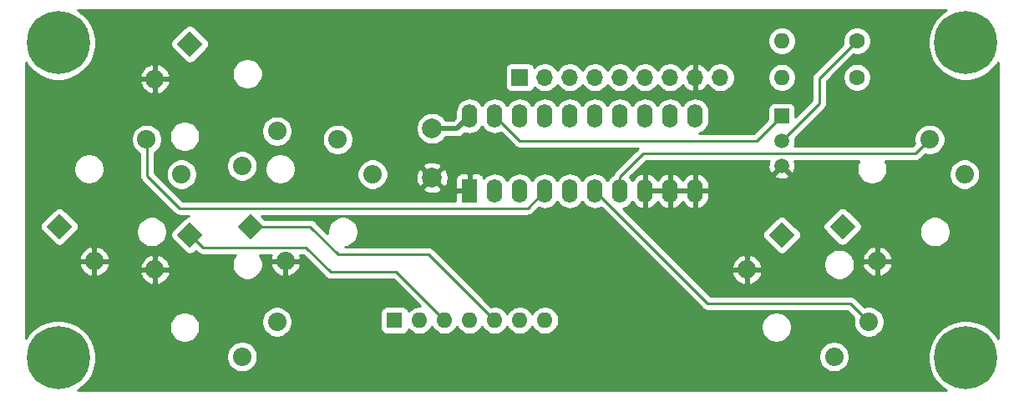
<source format=gbl>
%TF.GenerationSoftware,KiCad,Pcbnew,5.1.10*%
%TF.CreationDate,2022-03-31T12:34:49-07:00*%
%TF.ProjectId,zf_vga_controller,7a665f76-6761-45f6-936f-6e74726f6c6c,rev?*%
%TF.SameCoordinates,Original*%
%TF.FileFunction,Copper,L2,Bot*%
%TF.FilePolarity,Positive*%
%FSLAX46Y46*%
G04 Gerber Fmt 4.6, Leading zero omitted, Abs format (unit mm)*
G04 Created by KiCad (PCBNEW 5.1.10) date 2022-03-31 12:34:49*
%MOMM*%
%LPD*%
G01*
G04 APERTURE LIST*
%TA.AperFunction,ComponentPad*%
%ADD10C,6.400000*%
%TD*%
%TA.AperFunction,ComponentPad*%
%ADD11C,1.875000*%
%TD*%
%TA.AperFunction,ComponentPad*%
%ADD12C,0.100000*%
%TD*%
%TA.AperFunction,ComponentPad*%
%ADD13C,2.000000*%
%TD*%
%TA.AperFunction,ComponentPad*%
%ADD14R,1.700000X1.700000*%
%TD*%
%TA.AperFunction,ComponentPad*%
%ADD15O,1.700000X1.700000*%
%TD*%
%TA.AperFunction,ComponentPad*%
%ADD16R,1.500000X1.500000*%
%TD*%
%TA.AperFunction,ComponentPad*%
%ADD17C,1.500000*%
%TD*%
%TA.AperFunction,ComponentPad*%
%ADD18O,1.600000X1.600000*%
%TD*%
%TA.AperFunction,ComponentPad*%
%ADD19C,1.600000*%
%TD*%
%TA.AperFunction,ComponentPad*%
%ADD20R,1.600000X1.600000*%
%TD*%
%TA.AperFunction,ComponentPad*%
%ADD21R,1.600000X2.400000*%
%TD*%
%TA.AperFunction,ComponentPad*%
%ADD22O,1.600000X2.400000*%
%TD*%
%TA.AperFunction,Conductor*%
%ADD23C,0.500000*%
%TD*%
%TA.AperFunction,Conductor*%
%ADD24C,0.250000*%
%TD*%
%TA.AperFunction,Conductor*%
%ADD25C,0.254000*%
%TD*%
%TA.AperFunction,Conductor*%
%ADD26C,0.100000*%
%TD*%
G04 APERTURE END LIST*
D10*
%TO.P,Mount1,1*%
%TO.N,N/C*%
X236000000Y-71000000D03*
%TD*%
%TO.P,Mount1,1*%
%TO.N,N/C*%
X236000000Y-39000000D03*
%TD*%
D11*
%TO.P,SW1,4*%
%TO.N,Net-(SW1-Pad4)*%
X162653407Y-51509869D03*
%TO.P,SW1,2*%
%TO.N,Net-(SW1-Pad2)*%
X166188941Y-47974335D03*
%TO.P,SW1,3*%
%TO.N,GND*%
X153814573Y-42671035D03*
%TA.AperFunction,ComponentPad*%
D12*
%TO.P,SW1,1*%
%TO.N,Net-(RN1-Pad2)*%
G36*
X156024282Y-39135501D02*
G01*
X157350107Y-37809676D01*
X158675932Y-39135501D01*
X157350107Y-40461326D01*
X156024282Y-39135501D01*
G37*
%TD.AperFunction*%
%TD*%
%TA.AperFunction,ComponentPad*%
%TO.P,SW2,1*%
%TO.N,Net-(RN1-Pad3)*%
G36*
X156024282Y-58510227D02*
G01*
X157350107Y-57184402D01*
X158675932Y-58510227D01*
X157350107Y-59836052D01*
X156024282Y-58510227D01*
G37*
%TD.AperFunction*%
D11*
%TO.P,SW2,3*%
%TO.N,GND*%
X153814573Y-62045761D03*
%TO.P,SW2,2*%
%TO.N,Net-(SW2-Pad2)*%
X166188941Y-67349061D03*
%TO.P,SW2,4*%
%TO.N,Net-(SW2-Pad4)*%
X162653407Y-70884595D03*
%TD*%
%TA.AperFunction,ComponentPad*%
D12*
%TO.P,SW3,1*%
%TO.N,Net-(RN1-Pad4)*%
G36*
X144127209Y-58987523D02*
G01*
X142801384Y-57661698D01*
X144127209Y-56335873D01*
X145453034Y-57661698D01*
X144127209Y-58987523D01*
G37*
%TD.AperFunction*%
D11*
%TO.P,SW3,3*%
%TO.N,GND*%
X147662743Y-61197232D03*
%TO.P,SW3,2*%
%TO.N,Net-(SW3-Pad2)*%
X152966043Y-48822864D03*
%TO.P,SW3,4*%
%TO.N,Net-(SW3-Pad4)*%
X156501577Y-52358398D03*
%TD*%
%TA.AperFunction,ComponentPad*%
D12*
%TO.P,SW4,1*%
%TO.N,Net-(RN1-Pad5)*%
G36*
X163501936Y-58987523D02*
G01*
X162176111Y-57661698D01*
X163501936Y-56335873D01*
X164827761Y-57661698D01*
X163501936Y-58987523D01*
G37*
%TD.AperFunction*%
D11*
%TO.P,SW4,3*%
%TO.N,GND*%
X167037470Y-61197232D03*
%TO.P,SW4,2*%
%TO.N,Net-(SW4-Pad2)*%
X172340770Y-48822864D03*
%TO.P,SW4,4*%
%TO.N,Net-(SW4-Pad4)*%
X175876304Y-52358398D03*
%TD*%
D10*
%TO.P,Mount1,1*%
%TO.N,N/C*%
X144000000Y-71000000D03*
%TD*%
%TO.P,Mount1,1*%
%TO.N,N/C*%
X144000000Y-39000000D03*
%TD*%
D13*
%TO.P,C1,1*%
%TO.N,VCC*%
X181910000Y-47700000D03*
%TO.P,C1,2*%
%TO.N,GND*%
X181910000Y-52700000D03*
%TD*%
D14*
%TO.P,J1,1*%
%TO.N,Net-(J1-Pad1)*%
X190800000Y-42520000D03*
D15*
%TO.P,J1,2*%
%TO.N,Net-(J1-Pad2)*%
X193340000Y-42520000D03*
%TO.P,J1,3*%
%TO.N,Net-(J1-Pad3)*%
X195880000Y-42520000D03*
%TO.P,J1,4*%
%TO.N,Net-(J1-Pad4)*%
X198420000Y-42520000D03*
%TO.P,J1,5*%
%TO.N,Net-(J1-Pad5)*%
X200960000Y-42520000D03*
%TO.P,J1,6*%
%TO.N,Net-(J1-Pad6)*%
X203500000Y-42520000D03*
%TO.P,J1,7*%
%TO.N,VCC*%
X206040000Y-42520000D03*
%TO.P,J1,8*%
%TO.N,GND*%
X208580000Y-42520000D03*
%TO.P,J1,9*%
%TO.N,Net-(J1-Pad9)*%
X211120000Y-42520000D03*
%TD*%
D16*
%TO.P,Q1,1*%
%TO.N,Net-(Q1-Pad1)*%
X217350107Y-46430000D03*
D17*
%TO.P,Q1,3*%
%TO.N,GND*%
X217350107Y-51510000D03*
%TO.P,Q1,2*%
%TO.N,Net-(Q1-Pad2)*%
X217350107Y-48970000D03*
%TD*%
D18*
%TO.P,R1,2*%
%TO.N,Net-(J1-Pad9)*%
X217350107Y-38810000D03*
D19*
%TO.P,R1,1*%
%TO.N,Net-(Q1-Pad2)*%
X224970107Y-38810000D03*
%TD*%
%TO.P,R2,1*%
%TO.N,VCC*%
X224970107Y-42520000D03*
D18*
%TO.P,R2,2*%
%TO.N,Net-(Q1-Pad1)*%
X217350107Y-42520000D03*
%TD*%
%TO.P,RN1,7*%
%TO.N,Net-(RN1-Pad7)*%
X193340000Y-67197411D03*
%TO.P,RN1,6*%
%TO.N,Net-(RN1-Pad6)*%
X190800000Y-67197411D03*
%TO.P,RN1,5*%
%TO.N,Net-(RN1-Pad5)*%
X188260000Y-67197411D03*
%TO.P,RN1,4*%
%TO.N,Net-(RN1-Pad4)*%
X185720000Y-67197411D03*
%TO.P,RN1,3*%
%TO.N,Net-(RN1-Pad3)*%
X183180000Y-67197411D03*
%TO.P,RN1,2*%
%TO.N,Net-(RN1-Pad2)*%
X180640000Y-67197411D03*
D20*
%TO.P,RN1,1*%
%TO.N,VCC*%
X178100000Y-67197411D03*
%TD*%
D21*
%TO.P,U1,1*%
%TO.N,GND*%
X185720000Y-54050000D03*
D22*
%TO.P,U1,11*%
%TO.N,Net-(U1-Pad11)*%
X208580000Y-46430000D03*
%TO.P,U1,2*%
%TO.N,Net-(SW1-Pad2)*%
X188260000Y-54050000D03*
%TO.P,U1,12*%
%TO.N,Net-(U1-Pad12)*%
X206040000Y-46430000D03*
%TO.P,U1,3*%
%TO.N,Net-(SW2-Pad2)*%
X190800000Y-54050000D03*
%TO.P,U1,13*%
%TO.N,Net-(J1-Pad6)*%
X203500000Y-46430000D03*
%TO.P,U1,4*%
%TO.N,Net-(SW3-Pad2)*%
X193340000Y-54050000D03*
%TO.P,U1,14*%
%TO.N,Net-(J1-Pad5)*%
X200960000Y-46430000D03*
%TO.P,U1,5*%
%TO.N,Net-(SW4-Pad2)*%
X195880000Y-54050000D03*
%TO.P,U1,15*%
%TO.N,Net-(J1-Pad4)*%
X198420000Y-46430000D03*
%TO.P,U1,6*%
%TO.N,Net-(SW5-Pad2)*%
X198420000Y-54050000D03*
%TO.P,U1,16*%
%TO.N,Net-(J1-Pad3)*%
X195880000Y-46430000D03*
%TO.P,U1,7*%
%TO.N,Net-(SW6-Pad2)*%
X200960000Y-54050000D03*
%TO.P,U1,17*%
%TO.N,Net-(J1-Pad2)*%
X193340000Y-46430000D03*
%TO.P,U1,8*%
%TO.N,GND*%
X203500000Y-54050000D03*
%TO.P,U1,18*%
%TO.N,Net-(J1-Pad1)*%
X190800000Y-46430000D03*
%TO.P,U1,9*%
%TO.N,GND*%
X206040000Y-54050000D03*
%TO.P,U1,19*%
%TO.N,Net-(Q1-Pad1)*%
X188260000Y-46430000D03*
%TO.P,U1,10*%
%TO.N,GND*%
X208580000Y-54050000D03*
%TO.P,U1,20*%
%TO.N,VCC*%
X185720000Y-46430000D03*
%TD*%
D11*
%TO.P,SW5,4*%
%TO.N,Net-(SW5-Pad4)*%
X222653407Y-70884595D03*
%TO.P,SW5,2*%
%TO.N,Net-(SW5-Pad2)*%
X226188941Y-67349061D03*
%TO.P,SW5,3*%
%TO.N,GND*%
X213814573Y-62045761D03*
%TA.AperFunction,ComponentPad*%
D12*
%TO.P,SW5,1*%
%TO.N,Net-(RN1-Pad6)*%
G36*
X216024282Y-58510227D02*
G01*
X217350107Y-57184402D01*
X218675932Y-58510227D01*
X217350107Y-59836052D01*
X216024282Y-58510227D01*
G37*
%TD.AperFunction*%
%TD*%
%TA.AperFunction,ComponentPad*%
%TO.P,SW6,1*%
%TO.N,Net-(RN1-Pad7)*%
G36*
X223501936Y-58987523D02*
G01*
X222176111Y-57661698D01*
X223501936Y-56335873D01*
X224827761Y-57661698D01*
X223501936Y-58987523D01*
G37*
%TD.AperFunction*%
D11*
%TO.P,SW6,3*%
%TO.N,GND*%
X227037470Y-61197232D03*
%TO.P,SW6,2*%
%TO.N,Net-(SW6-Pad2)*%
X232340770Y-48822864D03*
%TO.P,SW6,4*%
%TO.N,Net-(SW6-Pad4)*%
X235876304Y-52358398D03*
%TD*%
D23*
%TO.N,VCC*%
X184450000Y-47700000D02*
X181910000Y-47700000D01*
X185720000Y-46430000D02*
X184450000Y-47700000D01*
D24*
%TO.N,Net-(Q1-Pad2)*%
X221150000Y-42630107D02*
X224970107Y-38810000D01*
X221150000Y-45170107D02*
X221150000Y-42630107D01*
X217350107Y-48970000D02*
X221150000Y-45170107D01*
%TO.N,Net-(Q1-Pad1)*%
X190800000Y-48970000D02*
X188260000Y-46430000D01*
X214810107Y-48970000D02*
X190800000Y-48970000D01*
X217350107Y-46430000D02*
X214810107Y-48970000D01*
%TO.N,Net-(RN1-Pad3)*%
X178282589Y-62300000D02*
X183180000Y-67197411D01*
X171625000Y-62300000D02*
X178282589Y-62300000D01*
X169125000Y-59800000D02*
X171625000Y-62300000D01*
X158689880Y-59800000D02*
X169125000Y-59800000D01*
X157400107Y-58510227D02*
X158689880Y-59800000D01*
%TO.N,Net-(RN1-Pad5)*%
X181562589Y-60500000D02*
X188260000Y-67197411D01*
X172400000Y-60500000D02*
X181562589Y-60500000D01*
X169561698Y-57661698D02*
X172400000Y-60500000D01*
X163551936Y-57661698D02*
X169561698Y-57661698D01*
%TO.N,Net-(SW3-Pad2)*%
X153016043Y-52516043D02*
X153016043Y-48822864D01*
X191590000Y-55800000D02*
X156300000Y-55800000D01*
X156300000Y-55800000D02*
X153016043Y-52516043D01*
X193340000Y-54050000D02*
X191590000Y-55800000D01*
%TO.N,Net-(SW5-Pad2)*%
X209850000Y-65480000D02*
X198420000Y-54050000D01*
X224319880Y-65480000D02*
X209850000Y-65480000D01*
X226188941Y-67349061D02*
X224319880Y-65480000D01*
%TO.N,Net-(SW6-Pad2)*%
X230923634Y-50240000D02*
X232340770Y-48822864D01*
X203320000Y-50240000D02*
X230923634Y-50240000D01*
X200960000Y-52600000D02*
X203320000Y-50240000D01*
X200960000Y-54050000D02*
X200960000Y-52600000D01*
%TD*%
D25*
%TO.N,GND*%
X233555330Y-36021161D02*
X233021161Y-36555330D01*
X232601467Y-37183446D01*
X232312377Y-37881372D01*
X232165000Y-38622285D01*
X232165000Y-39377715D01*
X232312377Y-40118628D01*
X232601467Y-40816554D01*
X233021161Y-41444670D01*
X233555330Y-41978839D01*
X234183446Y-42398533D01*
X234881372Y-42687623D01*
X235622285Y-42835000D01*
X236377715Y-42835000D01*
X237118628Y-42687623D01*
X237816554Y-42398533D01*
X238444670Y-41978839D01*
X238978839Y-41444670D01*
X239290000Y-40978985D01*
X239290001Y-69021016D01*
X238978839Y-68555330D01*
X238444670Y-68021161D01*
X237816554Y-67601467D01*
X237118628Y-67312377D01*
X236377715Y-67165000D01*
X235622285Y-67165000D01*
X234881372Y-67312377D01*
X234183446Y-67601467D01*
X233555330Y-68021161D01*
X233021161Y-68555330D01*
X232601467Y-69183446D01*
X232312377Y-69881372D01*
X232165000Y-70622285D01*
X232165000Y-71377715D01*
X232312377Y-72118628D01*
X232601467Y-72816554D01*
X233021161Y-73444670D01*
X233555330Y-73978839D01*
X234021015Y-74290000D01*
X145978985Y-74290000D01*
X146444670Y-73978839D01*
X146978839Y-73444670D01*
X147398533Y-72816554D01*
X147687623Y-72118628D01*
X147835000Y-71377715D01*
X147835000Y-70729717D01*
X161080907Y-70729717D01*
X161080907Y-71039473D01*
X161141337Y-71343276D01*
X161259875Y-71629453D01*
X161431966Y-71887006D01*
X161650996Y-72106036D01*
X161908549Y-72278127D01*
X162194726Y-72396665D01*
X162498529Y-72457095D01*
X162808285Y-72457095D01*
X163112088Y-72396665D01*
X163398265Y-72278127D01*
X163655818Y-72106036D01*
X163874848Y-71887006D01*
X164046939Y-71629453D01*
X164165477Y-71343276D01*
X164225907Y-71039473D01*
X164225907Y-70729717D01*
X221080907Y-70729717D01*
X221080907Y-71039473D01*
X221141337Y-71343276D01*
X221259875Y-71629453D01*
X221431966Y-71887006D01*
X221650996Y-72106036D01*
X221908549Y-72278127D01*
X222194726Y-72396665D01*
X222498529Y-72457095D01*
X222808285Y-72457095D01*
X223112088Y-72396665D01*
X223398265Y-72278127D01*
X223655818Y-72106036D01*
X223874848Y-71887006D01*
X224046939Y-71629453D01*
X224165477Y-71343276D01*
X224225907Y-71039473D01*
X224225907Y-70729717D01*
X224165477Y-70425914D01*
X224046939Y-70139737D01*
X223874848Y-69882184D01*
X223655818Y-69663154D01*
X223398265Y-69491063D01*
X223112088Y-69372525D01*
X222808285Y-69312095D01*
X222498529Y-69312095D01*
X222194726Y-69372525D01*
X221908549Y-69491063D01*
X221650996Y-69663154D01*
X221431966Y-69882184D01*
X221259875Y-70139737D01*
X221141337Y-70425914D01*
X221080907Y-70729717D01*
X164225907Y-70729717D01*
X164165477Y-70425914D01*
X164046939Y-70139737D01*
X163874848Y-69882184D01*
X163655818Y-69663154D01*
X163398265Y-69491063D01*
X163112088Y-69372525D01*
X162808285Y-69312095D01*
X162498529Y-69312095D01*
X162194726Y-69372525D01*
X161908549Y-69491063D01*
X161650996Y-69663154D01*
X161431966Y-69882184D01*
X161259875Y-70139737D01*
X161141337Y-70425914D01*
X161080907Y-70729717D01*
X147835000Y-70729717D01*
X147835000Y-70622285D01*
X147687623Y-69881372D01*
X147398533Y-69183446D01*
X146978839Y-68555330D01*
X146444670Y-68021161D01*
X146002550Y-67725745D01*
X155259776Y-67725745D01*
X155259776Y-68033039D01*
X155319726Y-68334427D01*
X155437322Y-68618329D01*
X155608045Y-68873834D01*
X155825334Y-69091123D01*
X156080839Y-69261846D01*
X156364741Y-69379442D01*
X156666129Y-69439392D01*
X156973423Y-69439392D01*
X157274811Y-69379442D01*
X157558713Y-69261846D01*
X157814218Y-69091123D01*
X158031507Y-68873834D01*
X158202230Y-68618329D01*
X158319826Y-68334427D01*
X158379776Y-68033039D01*
X158379776Y-67725745D01*
X158319826Y-67424357D01*
X158224485Y-67194183D01*
X164616441Y-67194183D01*
X164616441Y-67503939D01*
X164676871Y-67807742D01*
X164795409Y-68093919D01*
X164967500Y-68351472D01*
X165186530Y-68570502D01*
X165444083Y-68742593D01*
X165730260Y-68861131D01*
X166034063Y-68921561D01*
X166343819Y-68921561D01*
X166647622Y-68861131D01*
X166933799Y-68742593D01*
X167191352Y-68570502D01*
X167410382Y-68351472D01*
X167582473Y-68093919D01*
X167701011Y-67807742D01*
X167761441Y-67503939D01*
X167761441Y-67194183D01*
X167701011Y-66890380D01*
X167582473Y-66604203D01*
X167410382Y-66346650D01*
X167191352Y-66127620D01*
X166933799Y-65955529D01*
X166647622Y-65836991D01*
X166343819Y-65776561D01*
X166034063Y-65776561D01*
X165730260Y-65836991D01*
X165444083Y-65955529D01*
X165186530Y-66127620D01*
X164967500Y-66346650D01*
X164795409Y-66604203D01*
X164676871Y-66890380D01*
X164616441Y-67194183D01*
X158224485Y-67194183D01*
X158202230Y-67140455D01*
X158031507Y-66884950D01*
X157814218Y-66667661D01*
X157558713Y-66496938D01*
X157274811Y-66379342D01*
X156973423Y-66319392D01*
X156666129Y-66319392D01*
X156364741Y-66379342D01*
X156080839Y-66496938D01*
X155825334Y-66667661D01*
X155608045Y-66884950D01*
X155437322Y-67140455D01*
X155319726Y-67424357D01*
X155259776Y-67725745D01*
X146002550Y-67725745D01*
X145816554Y-67601467D01*
X145118628Y-67312377D01*
X144377715Y-67165000D01*
X143622285Y-67165000D01*
X142881372Y-67312377D01*
X142183446Y-67601467D01*
X141555330Y-68021161D01*
X141021161Y-68555330D01*
X140710000Y-69021015D01*
X140710000Y-61569052D01*
X146127004Y-61569052D01*
X146229051Y-61861515D01*
X146386194Y-62128450D01*
X146592394Y-62359599D01*
X146839727Y-62546079D01*
X147118688Y-62680724D01*
X147290923Y-62732971D01*
X147535743Y-62612906D01*
X147535743Y-61324232D01*
X147789743Y-61324232D01*
X147789743Y-62612906D01*
X148034563Y-62732971D01*
X148327026Y-62630924D01*
X148593961Y-62473781D01*
X148656960Y-62417581D01*
X152278834Y-62417581D01*
X152380881Y-62710044D01*
X152538024Y-62976979D01*
X152744224Y-63208128D01*
X152991557Y-63394608D01*
X153270518Y-63529253D01*
X153442753Y-63581500D01*
X153687573Y-63461435D01*
X153687573Y-62172761D01*
X153941573Y-62172761D01*
X153941573Y-63461435D01*
X154186393Y-63581500D01*
X154478856Y-63479453D01*
X154745791Y-63322310D01*
X154976940Y-63116110D01*
X155163420Y-62868777D01*
X155298065Y-62589816D01*
X155350312Y-62417581D01*
X155230247Y-62172761D01*
X153941573Y-62172761D01*
X153687573Y-62172761D01*
X152398899Y-62172761D01*
X152278834Y-62417581D01*
X148656960Y-62417581D01*
X148825110Y-62267581D01*
X149011590Y-62020248D01*
X149146235Y-61741287D01*
X149166664Y-61673941D01*
X152278834Y-61673941D01*
X152398899Y-61918761D01*
X153687573Y-61918761D01*
X153687573Y-60630087D01*
X153941573Y-60630087D01*
X153941573Y-61918761D01*
X155230247Y-61918761D01*
X155350312Y-61673941D01*
X155248265Y-61381478D01*
X155091122Y-61114543D01*
X154884922Y-60883394D01*
X154637589Y-60696914D01*
X154358628Y-60562269D01*
X154186393Y-60510022D01*
X153941573Y-60630087D01*
X153687573Y-60630087D01*
X153442753Y-60510022D01*
X153150290Y-60612069D01*
X152883355Y-60769212D01*
X152652206Y-60975412D01*
X152465726Y-61222745D01*
X152331081Y-61501706D01*
X152278834Y-61673941D01*
X149166664Y-61673941D01*
X149198482Y-61569052D01*
X149078417Y-61324232D01*
X147789743Y-61324232D01*
X147535743Y-61324232D01*
X146247069Y-61324232D01*
X146127004Y-61569052D01*
X140710000Y-61569052D01*
X140710000Y-60825412D01*
X146127004Y-60825412D01*
X146247069Y-61070232D01*
X147535743Y-61070232D01*
X147535743Y-59781558D01*
X147789743Y-59781558D01*
X147789743Y-61070232D01*
X149078417Y-61070232D01*
X149198482Y-60825412D01*
X149096435Y-60532949D01*
X148939292Y-60266014D01*
X148733092Y-60034865D01*
X148485759Y-59848385D01*
X148206798Y-59713740D01*
X148034563Y-59661493D01*
X147789743Y-59781558D01*
X147535743Y-59781558D01*
X147290923Y-59661493D01*
X146998460Y-59763540D01*
X146731525Y-59920683D01*
X146500376Y-60126883D01*
X146313896Y-60374216D01*
X146179251Y-60653177D01*
X146127004Y-60825412D01*
X140710000Y-60825412D01*
X140710000Y-57661698D01*
X142163312Y-57661698D01*
X142175572Y-57786180D01*
X142211882Y-57905878D01*
X142270847Y-58016192D01*
X142350199Y-58112883D01*
X143676024Y-59438708D01*
X143772715Y-59518060D01*
X143883029Y-59577025D01*
X144002727Y-59613335D01*
X144127209Y-59625595D01*
X144251691Y-59613335D01*
X144371389Y-59577025D01*
X144481703Y-59518060D01*
X144578394Y-59438708D01*
X145904219Y-58112883D01*
X145965360Y-58038382D01*
X151936374Y-58038382D01*
X151936374Y-58345676D01*
X151996324Y-58647064D01*
X152113920Y-58930966D01*
X152284643Y-59186471D01*
X152501932Y-59403760D01*
X152757437Y-59574483D01*
X153041339Y-59692079D01*
X153342727Y-59752029D01*
X153650021Y-59752029D01*
X153951409Y-59692079D01*
X154235311Y-59574483D01*
X154490816Y-59403760D01*
X154708105Y-59186471D01*
X154878828Y-58930966D01*
X154996424Y-58647064D01*
X155056374Y-58345676D01*
X155056374Y-58038382D01*
X154996424Y-57736994D01*
X154878828Y-57453092D01*
X154708105Y-57197587D01*
X154490816Y-56980298D01*
X154235311Y-56809575D01*
X153951409Y-56691979D01*
X153650021Y-56632029D01*
X153342727Y-56632029D01*
X153041339Y-56691979D01*
X152757437Y-56809575D01*
X152501932Y-56980298D01*
X152284643Y-57197587D01*
X152113920Y-57453092D01*
X151996324Y-57736994D01*
X151936374Y-58038382D01*
X145965360Y-58038382D01*
X145983571Y-58016192D01*
X146042536Y-57905878D01*
X146078846Y-57786180D01*
X146091106Y-57661698D01*
X146078846Y-57537216D01*
X146042536Y-57417518D01*
X145983571Y-57307204D01*
X145904219Y-57210513D01*
X144578394Y-55884688D01*
X144481703Y-55805336D01*
X144371389Y-55746371D01*
X144251691Y-55710061D01*
X144127209Y-55697801D01*
X144002727Y-55710061D01*
X143883029Y-55746371D01*
X143772715Y-55805336D01*
X143676024Y-55884688D01*
X142350199Y-57210513D01*
X142270847Y-57307204D01*
X142211882Y-57417518D01*
X142175572Y-57537216D01*
X142163312Y-57661698D01*
X140710000Y-57661698D01*
X140710000Y-51674420D01*
X145572412Y-51674420D01*
X145572412Y-51981714D01*
X145632362Y-52283102D01*
X145749958Y-52567004D01*
X145920681Y-52822509D01*
X146137970Y-53039798D01*
X146393475Y-53210521D01*
X146677377Y-53328117D01*
X146978765Y-53388067D01*
X147286059Y-53388067D01*
X147587447Y-53328117D01*
X147871349Y-53210521D01*
X148126854Y-53039798D01*
X148344143Y-52822509D01*
X148514866Y-52567004D01*
X148632462Y-52283102D01*
X148692412Y-51981714D01*
X148692412Y-51674420D01*
X148632462Y-51373032D01*
X148514866Y-51089130D01*
X148344143Y-50833625D01*
X148126854Y-50616336D01*
X147871349Y-50445613D01*
X147587447Y-50328017D01*
X147286059Y-50268067D01*
X146978765Y-50268067D01*
X146677377Y-50328017D01*
X146393475Y-50445613D01*
X146137970Y-50616336D01*
X145920681Y-50833625D01*
X145749958Y-51089130D01*
X145632362Y-51373032D01*
X145572412Y-51674420D01*
X140710000Y-51674420D01*
X140710000Y-48667986D01*
X151393543Y-48667986D01*
X151393543Y-48977742D01*
X151453973Y-49281545D01*
X151572511Y-49567722D01*
X151744602Y-49825275D01*
X151963632Y-50044305D01*
X152221185Y-50216396D01*
X152256044Y-50230835D01*
X152256043Y-52478720D01*
X152252367Y-52516043D01*
X152256043Y-52553365D01*
X152256043Y-52553375D01*
X152267040Y-52665028D01*
X152292508Y-52748985D01*
X152310497Y-52808289D01*
X152381069Y-52940319D01*
X152396312Y-52958892D01*
X152476042Y-53056044D01*
X152505046Y-53079847D01*
X155736201Y-56311003D01*
X155759999Y-56340001D01*
X155788997Y-56363799D01*
X155875724Y-56434974D01*
X156007753Y-56505546D01*
X156151014Y-56549003D01*
X156300000Y-56563677D01*
X156337333Y-56560000D01*
X157220977Y-56560000D01*
X157105927Y-56594900D01*
X156995613Y-56653865D01*
X156898922Y-56733217D01*
X155573097Y-58059042D01*
X155493745Y-58155733D01*
X155434780Y-58266047D01*
X155398470Y-58385745D01*
X155386210Y-58510227D01*
X155398470Y-58634709D01*
X155434780Y-58754407D01*
X155493745Y-58864721D01*
X155573097Y-58961412D01*
X156898922Y-60287237D01*
X156995613Y-60366589D01*
X157105927Y-60425554D01*
X157225625Y-60461864D01*
X157350107Y-60474124D01*
X157474589Y-60461864D01*
X157594287Y-60425554D01*
X157704601Y-60366589D01*
X157801292Y-60287237D01*
X157951803Y-60136726D01*
X158126085Y-60311008D01*
X158149879Y-60340001D01*
X158178872Y-60363795D01*
X158178876Y-60363799D01*
X158249565Y-60421811D01*
X158265604Y-60434974D01*
X158397633Y-60505546D01*
X158540894Y-60549003D01*
X158652547Y-60560000D01*
X158652556Y-60560000D01*
X158689879Y-60563676D01*
X158727202Y-60560000D01*
X161945940Y-60560000D01*
X161801284Y-60776493D01*
X161683688Y-61060395D01*
X161623738Y-61361783D01*
X161623738Y-61669077D01*
X161683688Y-61970465D01*
X161801284Y-62254367D01*
X161972007Y-62509872D01*
X162189296Y-62727161D01*
X162444801Y-62897884D01*
X162728703Y-63015480D01*
X163030091Y-63075430D01*
X163337385Y-63075430D01*
X163638773Y-63015480D01*
X163922675Y-62897884D01*
X164178180Y-62727161D01*
X164395469Y-62509872D01*
X164566192Y-62254367D01*
X164683788Y-61970465D01*
X164743738Y-61669077D01*
X164743738Y-61569052D01*
X165501731Y-61569052D01*
X165603778Y-61861515D01*
X165760921Y-62128450D01*
X165967121Y-62359599D01*
X166214454Y-62546079D01*
X166493415Y-62680724D01*
X166665650Y-62732971D01*
X166910470Y-62612906D01*
X166910470Y-61324232D01*
X167164470Y-61324232D01*
X167164470Y-62612906D01*
X167409290Y-62732971D01*
X167701753Y-62630924D01*
X167968688Y-62473781D01*
X168199837Y-62267581D01*
X168386317Y-62020248D01*
X168520962Y-61741287D01*
X168573209Y-61569052D01*
X168453144Y-61324232D01*
X167164470Y-61324232D01*
X166910470Y-61324232D01*
X165621796Y-61324232D01*
X165501731Y-61569052D01*
X164743738Y-61569052D01*
X164743738Y-61361783D01*
X164683788Y-61060395D01*
X164566192Y-60776493D01*
X164421536Y-60560000D01*
X165598951Y-60560000D01*
X165553978Y-60653177D01*
X165501731Y-60825412D01*
X165621796Y-61070232D01*
X166730862Y-61070232D01*
X166843721Y-61183091D01*
X167023329Y-61003483D01*
X166910470Y-60890624D01*
X166910470Y-60560000D01*
X167164470Y-60560000D01*
X167164470Y-60890624D01*
X167051611Y-61003483D01*
X167231219Y-61183091D01*
X167344078Y-61070232D01*
X168453144Y-61070232D01*
X168573209Y-60825412D01*
X168480601Y-60560000D01*
X168810199Y-60560000D01*
X171061200Y-62811002D01*
X171084999Y-62840001D01*
X171113997Y-62863799D01*
X171200723Y-62934974D01*
X171332753Y-63005546D01*
X171476014Y-63049003D01*
X171587667Y-63060000D01*
X171587677Y-63060000D01*
X171625000Y-63063676D01*
X171662323Y-63060000D01*
X177967788Y-63060000D01*
X180670198Y-65762411D01*
X180498665Y-65762411D01*
X180221426Y-65817558D01*
X179960273Y-65925731D01*
X179725241Y-66082774D01*
X179526643Y-66281372D01*
X179525812Y-66272929D01*
X179489502Y-66153231D01*
X179430537Y-66042917D01*
X179351185Y-65946226D01*
X179254494Y-65866874D01*
X179144180Y-65807909D01*
X179024482Y-65771599D01*
X178900000Y-65759339D01*
X177300000Y-65759339D01*
X177175518Y-65771599D01*
X177055820Y-65807909D01*
X176945506Y-65866874D01*
X176848815Y-65946226D01*
X176769463Y-66042917D01*
X176710498Y-66153231D01*
X176674188Y-66272929D01*
X176661928Y-66397411D01*
X176661928Y-67997411D01*
X176674188Y-68121893D01*
X176710498Y-68241591D01*
X176769463Y-68351905D01*
X176848815Y-68448596D01*
X176945506Y-68527948D01*
X177055820Y-68586913D01*
X177175518Y-68623223D01*
X177300000Y-68635483D01*
X178900000Y-68635483D01*
X179024482Y-68623223D01*
X179144180Y-68586913D01*
X179254494Y-68527948D01*
X179351185Y-68448596D01*
X179430537Y-68351905D01*
X179489502Y-68241591D01*
X179525812Y-68121893D01*
X179526643Y-68113450D01*
X179725241Y-68312048D01*
X179960273Y-68469091D01*
X180221426Y-68577264D01*
X180498665Y-68632411D01*
X180781335Y-68632411D01*
X181058574Y-68577264D01*
X181319727Y-68469091D01*
X181554759Y-68312048D01*
X181754637Y-68112170D01*
X181910000Y-67879652D01*
X182065363Y-68112170D01*
X182265241Y-68312048D01*
X182500273Y-68469091D01*
X182761426Y-68577264D01*
X183038665Y-68632411D01*
X183321335Y-68632411D01*
X183598574Y-68577264D01*
X183859727Y-68469091D01*
X184094759Y-68312048D01*
X184294637Y-68112170D01*
X184450000Y-67879652D01*
X184605363Y-68112170D01*
X184805241Y-68312048D01*
X185040273Y-68469091D01*
X185301426Y-68577264D01*
X185578665Y-68632411D01*
X185861335Y-68632411D01*
X186138574Y-68577264D01*
X186399727Y-68469091D01*
X186634759Y-68312048D01*
X186834637Y-68112170D01*
X186990000Y-67879652D01*
X187145363Y-68112170D01*
X187345241Y-68312048D01*
X187580273Y-68469091D01*
X187841426Y-68577264D01*
X188118665Y-68632411D01*
X188401335Y-68632411D01*
X188678574Y-68577264D01*
X188939727Y-68469091D01*
X189174759Y-68312048D01*
X189374637Y-68112170D01*
X189530000Y-67879652D01*
X189685363Y-68112170D01*
X189885241Y-68312048D01*
X190120273Y-68469091D01*
X190381426Y-68577264D01*
X190658665Y-68632411D01*
X190941335Y-68632411D01*
X191218574Y-68577264D01*
X191479727Y-68469091D01*
X191714759Y-68312048D01*
X191914637Y-68112170D01*
X192070000Y-67879652D01*
X192225363Y-68112170D01*
X192425241Y-68312048D01*
X192660273Y-68469091D01*
X192921426Y-68577264D01*
X193198665Y-68632411D01*
X193481335Y-68632411D01*
X193758574Y-68577264D01*
X194019727Y-68469091D01*
X194254759Y-68312048D01*
X194454637Y-68112170D01*
X194611680Y-67877138D01*
X194674388Y-67725745D01*
X215259776Y-67725745D01*
X215259776Y-68033039D01*
X215319726Y-68334427D01*
X215437322Y-68618329D01*
X215608045Y-68873834D01*
X215825334Y-69091123D01*
X216080839Y-69261846D01*
X216364741Y-69379442D01*
X216666129Y-69439392D01*
X216973423Y-69439392D01*
X217274811Y-69379442D01*
X217558713Y-69261846D01*
X217814218Y-69091123D01*
X218031507Y-68873834D01*
X218202230Y-68618329D01*
X218319826Y-68334427D01*
X218379776Y-68033039D01*
X218379776Y-67725745D01*
X218319826Y-67424357D01*
X218202230Y-67140455D01*
X218031507Y-66884950D01*
X217814218Y-66667661D01*
X217558713Y-66496938D01*
X217274811Y-66379342D01*
X216973423Y-66319392D01*
X216666129Y-66319392D01*
X216364741Y-66379342D01*
X216080839Y-66496938D01*
X215825334Y-66667661D01*
X215608045Y-66884950D01*
X215437322Y-67140455D01*
X215319726Y-67424357D01*
X215259776Y-67725745D01*
X194674388Y-67725745D01*
X194719853Y-67615985D01*
X194775000Y-67338746D01*
X194775000Y-67056076D01*
X194719853Y-66778837D01*
X194611680Y-66517684D01*
X194454637Y-66282652D01*
X194254759Y-66082774D01*
X194019727Y-65925731D01*
X193758574Y-65817558D01*
X193481335Y-65762411D01*
X193198665Y-65762411D01*
X192921426Y-65817558D01*
X192660273Y-65925731D01*
X192425241Y-66082774D01*
X192225363Y-66282652D01*
X192070000Y-66515170D01*
X191914637Y-66282652D01*
X191714759Y-66082774D01*
X191479727Y-65925731D01*
X191218574Y-65817558D01*
X190941335Y-65762411D01*
X190658665Y-65762411D01*
X190381426Y-65817558D01*
X190120273Y-65925731D01*
X189885241Y-66082774D01*
X189685363Y-66282652D01*
X189530000Y-66515170D01*
X189374637Y-66282652D01*
X189174759Y-66082774D01*
X188939727Y-65925731D01*
X188678574Y-65817558D01*
X188401335Y-65762411D01*
X188118665Y-65762411D01*
X187936115Y-65798723D01*
X182126393Y-59989003D01*
X182102590Y-59959999D01*
X181986865Y-59865026D01*
X181854836Y-59794454D01*
X181711575Y-59750997D01*
X181599922Y-59740000D01*
X181599911Y-59740000D01*
X181562589Y-59736324D01*
X181525267Y-59740000D01*
X173085222Y-59740000D01*
X173326136Y-59692079D01*
X173610038Y-59574483D01*
X173865543Y-59403760D01*
X174082832Y-59186471D01*
X174253555Y-58930966D01*
X174371151Y-58647064D01*
X174431101Y-58345676D01*
X174431101Y-58038382D01*
X174371151Y-57736994D01*
X174253555Y-57453092D01*
X174082832Y-57197587D01*
X173865543Y-56980298D01*
X173610038Y-56809575D01*
X173326136Y-56691979D01*
X173024748Y-56632029D01*
X172717454Y-56632029D01*
X172416066Y-56691979D01*
X172132164Y-56809575D01*
X171876659Y-56980298D01*
X171659370Y-57197587D01*
X171488647Y-57453092D01*
X171371051Y-57736994D01*
X171311101Y-58038382D01*
X171311101Y-58336300D01*
X170125502Y-57150701D01*
X170101699Y-57121697D01*
X169985974Y-57026724D01*
X169853945Y-56956152D01*
X169710684Y-56912695D01*
X169599031Y-56901698D01*
X169599020Y-56901698D01*
X169561698Y-56898022D01*
X169524376Y-56901698D01*
X164970131Y-56901698D01*
X164628433Y-56560000D01*
X191552678Y-56560000D01*
X191590000Y-56563676D01*
X191627322Y-56560000D01*
X191627333Y-56560000D01*
X191738986Y-56549003D01*
X191882247Y-56505546D01*
X192014276Y-56434974D01*
X192130001Y-56340001D01*
X192153804Y-56310997D01*
X192719393Y-55745408D01*
X192788193Y-55782182D01*
X193058692Y-55864236D01*
X193340000Y-55891943D01*
X193621309Y-55864236D01*
X193891808Y-55782182D01*
X194141101Y-55648932D01*
X194359608Y-55469608D01*
X194538932Y-55251101D01*
X194610000Y-55118142D01*
X194681068Y-55251101D01*
X194860393Y-55469608D01*
X195078900Y-55648932D01*
X195328193Y-55782182D01*
X195598692Y-55864236D01*
X195880000Y-55891943D01*
X196161309Y-55864236D01*
X196431808Y-55782182D01*
X196681101Y-55648932D01*
X196899608Y-55469608D01*
X197078932Y-55251101D01*
X197150000Y-55118142D01*
X197221068Y-55251101D01*
X197400393Y-55469608D01*
X197618900Y-55648932D01*
X197868193Y-55782182D01*
X198138692Y-55864236D01*
X198420000Y-55891943D01*
X198701309Y-55864236D01*
X198971808Y-55782182D01*
X199040607Y-55745408D01*
X209286200Y-65991002D01*
X209309999Y-66020001D01*
X209338997Y-66043799D01*
X209425723Y-66114974D01*
X209557753Y-66185546D01*
X209701014Y-66229003D01*
X209812667Y-66240000D01*
X209812677Y-66240000D01*
X209849999Y-66243676D01*
X209887322Y-66240000D01*
X224005079Y-66240000D01*
X224673318Y-66908240D01*
X224616441Y-67194183D01*
X224616441Y-67503939D01*
X224676871Y-67807742D01*
X224795409Y-68093919D01*
X224967500Y-68351472D01*
X225186530Y-68570502D01*
X225444083Y-68742593D01*
X225730260Y-68861131D01*
X226034063Y-68921561D01*
X226343819Y-68921561D01*
X226647622Y-68861131D01*
X226933799Y-68742593D01*
X227191352Y-68570502D01*
X227410382Y-68351472D01*
X227582473Y-68093919D01*
X227701011Y-67807742D01*
X227761441Y-67503939D01*
X227761441Y-67194183D01*
X227701011Y-66890380D01*
X227582473Y-66604203D01*
X227410382Y-66346650D01*
X227191352Y-66127620D01*
X226933799Y-65955529D01*
X226647622Y-65836991D01*
X226343819Y-65776561D01*
X226034063Y-65776561D01*
X225748120Y-65833438D01*
X224883683Y-64969002D01*
X224859881Y-64939999D01*
X224744156Y-64845026D01*
X224612127Y-64774454D01*
X224468866Y-64730997D01*
X224357213Y-64720000D01*
X224357202Y-64720000D01*
X224319880Y-64716324D01*
X224282558Y-64720000D01*
X210164802Y-64720000D01*
X207862383Y-62417581D01*
X212278834Y-62417581D01*
X212380881Y-62710044D01*
X212538024Y-62976979D01*
X212744224Y-63208128D01*
X212991557Y-63394608D01*
X213270518Y-63529253D01*
X213442753Y-63581500D01*
X213687573Y-63461435D01*
X213687573Y-62172761D01*
X213941573Y-62172761D01*
X213941573Y-63461435D01*
X214186393Y-63581500D01*
X214478856Y-63479453D01*
X214745791Y-63322310D01*
X214976940Y-63116110D01*
X215163420Y-62868777D01*
X215298065Y-62589816D01*
X215350312Y-62417581D01*
X215230247Y-62172761D01*
X213941573Y-62172761D01*
X213687573Y-62172761D01*
X212398899Y-62172761D01*
X212278834Y-62417581D01*
X207862383Y-62417581D01*
X207118743Y-61673941D01*
X212278834Y-61673941D01*
X212398899Y-61918761D01*
X213687573Y-61918761D01*
X213687573Y-60630087D01*
X213941573Y-60630087D01*
X213941573Y-61918761D01*
X215230247Y-61918761D01*
X215350312Y-61673941D01*
X215248265Y-61381478D01*
X215236671Y-61361783D01*
X221623738Y-61361783D01*
X221623738Y-61669077D01*
X221683688Y-61970465D01*
X221801284Y-62254367D01*
X221972007Y-62509872D01*
X222189296Y-62727161D01*
X222444801Y-62897884D01*
X222728703Y-63015480D01*
X223030091Y-63075430D01*
X223337385Y-63075430D01*
X223638773Y-63015480D01*
X223922675Y-62897884D01*
X224178180Y-62727161D01*
X224395469Y-62509872D01*
X224566192Y-62254367D01*
X224683788Y-61970465D01*
X224743738Y-61669077D01*
X224743738Y-61569052D01*
X225501731Y-61569052D01*
X225603778Y-61861515D01*
X225760921Y-62128450D01*
X225967121Y-62359599D01*
X226214454Y-62546079D01*
X226493415Y-62680724D01*
X226665650Y-62732971D01*
X226910470Y-62612906D01*
X226910470Y-61324232D01*
X227164470Y-61324232D01*
X227164470Y-62612906D01*
X227409290Y-62732971D01*
X227701753Y-62630924D01*
X227968688Y-62473781D01*
X228199837Y-62267581D01*
X228386317Y-62020248D01*
X228520962Y-61741287D01*
X228573209Y-61569052D01*
X228453144Y-61324232D01*
X227164470Y-61324232D01*
X226910470Y-61324232D01*
X225621796Y-61324232D01*
X225501731Y-61569052D01*
X224743738Y-61569052D01*
X224743738Y-61361783D01*
X224683788Y-61060395D01*
X224586455Y-60825412D01*
X225501731Y-60825412D01*
X225621796Y-61070232D01*
X226910470Y-61070232D01*
X226910470Y-59781558D01*
X227164470Y-59781558D01*
X227164470Y-61070232D01*
X228453144Y-61070232D01*
X228573209Y-60825412D01*
X228471162Y-60532949D01*
X228314019Y-60266014D01*
X228107819Y-60034865D01*
X227860486Y-59848385D01*
X227581525Y-59713740D01*
X227409290Y-59661493D01*
X227164470Y-59781558D01*
X226910470Y-59781558D01*
X226665650Y-59661493D01*
X226373187Y-59763540D01*
X226106252Y-59920683D01*
X225875103Y-60126883D01*
X225688623Y-60374216D01*
X225553978Y-60653177D01*
X225501731Y-60825412D01*
X224586455Y-60825412D01*
X224566192Y-60776493D01*
X224395469Y-60520988D01*
X224178180Y-60303699D01*
X223922675Y-60132976D01*
X223638773Y-60015380D01*
X223337385Y-59955430D01*
X223030091Y-59955430D01*
X222728703Y-60015380D01*
X222444801Y-60132976D01*
X222189296Y-60303699D01*
X221972007Y-60520988D01*
X221801284Y-60776493D01*
X221683688Y-61060395D01*
X221623738Y-61361783D01*
X215236671Y-61361783D01*
X215091122Y-61114543D01*
X214884922Y-60883394D01*
X214637589Y-60696914D01*
X214358628Y-60562269D01*
X214186393Y-60510022D01*
X213941573Y-60630087D01*
X213687573Y-60630087D01*
X213442753Y-60510022D01*
X213150290Y-60612069D01*
X212883355Y-60769212D01*
X212652206Y-60975412D01*
X212465726Y-61222745D01*
X212331081Y-61501706D01*
X212278834Y-61673941D01*
X207118743Y-61673941D01*
X203955029Y-58510227D01*
X215386210Y-58510227D01*
X215398470Y-58634709D01*
X215434780Y-58754407D01*
X215493745Y-58864721D01*
X215573097Y-58961412D01*
X216898922Y-60287237D01*
X216995613Y-60366589D01*
X217105927Y-60425554D01*
X217225625Y-60461864D01*
X217350107Y-60474124D01*
X217474589Y-60461864D01*
X217594287Y-60425554D01*
X217704601Y-60366589D01*
X217801292Y-60287237D01*
X219127117Y-58961412D01*
X219206469Y-58864721D01*
X219265434Y-58754407D01*
X219301744Y-58634709D01*
X219314004Y-58510227D01*
X219301744Y-58385745D01*
X219265434Y-58266047D01*
X219206469Y-58155733D01*
X219127117Y-58059042D01*
X218729773Y-57661698D01*
X221538039Y-57661698D01*
X221550299Y-57786180D01*
X221586609Y-57905878D01*
X221645574Y-58016192D01*
X221724926Y-58112883D01*
X223050751Y-59438708D01*
X223147442Y-59518060D01*
X223257756Y-59577025D01*
X223377454Y-59613335D01*
X223501936Y-59625595D01*
X223626418Y-59613335D01*
X223746116Y-59577025D01*
X223856430Y-59518060D01*
X223953121Y-59438708D01*
X225278946Y-58112883D01*
X225340087Y-58038382D01*
X231311101Y-58038382D01*
X231311101Y-58345676D01*
X231371051Y-58647064D01*
X231488647Y-58930966D01*
X231659370Y-59186471D01*
X231876659Y-59403760D01*
X232132164Y-59574483D01*
X232416066Y-59692079D01*
X232717454Y-59752029D01*
X233024748Y-59752029D01*
X233326136Y-59692079D01*
X233610038Y-59574483D01*
X233865543Y-59403760D01*
X234082832Y-59186471D01*
X234253555Y-58930966D01*
X234371151Y-58647064D01*
X234431101Y-58345676D01*
X234431101Y-58038382D01*
X234371151Y-57736994D01*
X234253555Y-57453092D01*
X234082832Y-57197587D01*
X233865543Y-56980298D01*
X233610038Y-56809575D01*
X233326136Y-56691979D01*
X233024748Y-56632029D01*
X232717454Y-56632029D01*
X232416066Y-56691979D01*
X232132164Y-56809575D01*
X231876659Y-56980298D01*
X231659370Y-57197587D01*
X231488647Y-57453092D01*
X231371051Y-57736994D01*
X231311101Y-58038382D01*
X225340087Y-58038382D01*
X225358298Y-58016192D01*
X225417263Y-57905878D01*
X225453573Y-57786180D01*
X225465833Y-57661698D01*
X225453573Y-57537216D01*
X225417263Y-57417518D01*
X225358298Y-57307204D01*
X225278946Y-57210513D01*
X223953121Y-55884688D01*
X223856430Y-55805336D01*
X223746116Y-55746371D01*
X223626418Y-55710061D01*
X223501936Y-55697801D01*
X223377454Y-55710061D01*
X223257756Y-55746371D01*
X223147442Y-55805336D01*
X223050751Y-55884688D01*
X221724926Y-57210513D01*
X221645574Y-57307204D01*
X221586609Y-57417518D01*
X221550299Y-57537216D01*
X221538039Y-57661698D01*
X218729773Y-57661698D01*
X217801292Y-56733217D01*
X217704601Y-56653865D01*
X217594287Y-56594900D01*
X217474589Y-56558590D01*
X217350107Y-56546330D01*
X217225625Y-56558590D01*
X217105927Y-56594900D01*
X216995613Y-56653865D01*
X216898922Y-56733217D01*
X215573097Y-58059042D01*
X215493745Y-58155733D01*
X215434780Y-58266047D01*
X215398470Y-58385745D01*
X215386210Y-58510227D01*
X203955029Y-58510227D01*
X201293274Y-55848473D01*
X201511808Y-55782182D01*
X201761101Y-55648932D01*
X201979608Y-55469608D01*
X202158932Y-55251101D01*
X202227265Y-55123259D01*
X202377399Y-55352839D01*
X202575105Y-55554500D01*
X202808354Y-55713715D01*
X203068182Y-55824367D01*
X203150961Y-55841904D01*
X203373000Y-55719915D01*
X203373000Y-54177000D01*
X203627000Y-54177000D01*
X203627000Y-55719915D01*
X203849039Y-55841904D01*
X203931818Y-55824367D01*
X204191646Y-55713715D01*
X204424895Y-55554500D01*
X204622601Y-55352839D01*
X204770000Y-55127441D01*
X204917399Y-55352839D01*
X205115105Y-55554500D01*
X205348354Y-55713715D01*
X205608182Y-55824367D01*
X205690961Y-55841904D01*
X205913000Y-55719915D01*
X205913000Y-54177000D01*
X206167000Y-54177000D01*
X206167000Y-55719915D01*
X206389039Y-55841904D01*
X206471818Y-55824367D01*
X206731646Y-55713715D01*
X206964895Y-55554500D01*
X207162601Y-55352839D01*
X207310000Y-55127441D01*
X207457399Y-55352839D01*
X207655105Y-55554500D01*
X207888354Y-55713715D01*
X208148182Y-55824367D01*
X208230961Y-55841904D01*
X208453000Y-55719915D01*
X208453000Y-54177000D01*
X208707000Y-54177000D01*
X208707000Y-55719915D01*
X208929039Y-55841904D01*
X209011818Y-55824367D01*
X209271646Y-55713715D01*
X209504895Y-55554500D01*
X209702601Y-55352839D01*
X209857166Y-55116483D01*
X209962650Y-54854514D01*
X210015000Y-54577000D01*
X210015000Y-54177000D01*
X208707000Y-54177000D01*
X208453000Y-54177000D01*
X206167000Y-54177000D01*
X205913000Y-54177000D01*
X203627000Y-54177000D01*
X203373000Y-54177000D01*
X203353000Y-54177000D01*
X203353000Y-53923000D01*
X203373000Y-53923000D01*
X203373000Y-52380085D01*
X203627000Y-52380085D01*
X203627000Y-53923000D01*
X205913000Y-53923000D01*
X205913000Y-52380085D01*
X206167000Y-52380085D01*
X206167000Y-53923000D01*
X208453000Y-53923000D01*
X208453000Y-52380085D01*
X208707000Y-52380085D01*
X208707000Y-53923000D01*
X210015000Y-53923000D01*
X210015000Y-53523000D01*
X209962650Y-53245486D01*
X209857166Y-52983517D01*
X209702601Y-52747161D01*
X209504895Y-52545500D01*
X209389883Y-52466993D01*
X216572719Y-52466993D01*
X216638244Y-52705860D01*
X216885223Y-52821760D01*
X217150067Y-52887250D01*
X217422599Y-52899812D01*
X217692345Y-52858965D01*
X217948939Y-52766277D01*
X218061970Y-52705860D01*
X218127495Y-52466993D01*
X217350107Y-51689605D01*
X216572719Y-52466993D01*
X209389883Y-52466993D01*
X209271646Y-52386285D01*
X209011818Y-52275633D01*
X208929039Y-52258096D01*
X208707000Y-52380085D01*
X208453000Y-52380085D01*
X208230961Y-52258096D01*
X208148182Y-52275633D01*
X207888354Y-52386285D01*
X207655105Y-52545500D01*
X207457399Y-52747161D01*
X207310000Y-52972559D01*
X207162601Y-52747161D01*
X206964895Y-52545500D01*
X206731646Y-52386285D01*
X206471818Y-52275633D01*
X206389039Y-52258096D01*
X206167000Y-52380085D01*
X205913000Y-52380085D01*
X205690961Y-52258096D01*
X205608182Y-52275633D01*
X205348354Y-52386285D01*
X205115105Y-52545500D01*
X204917399Y-52747161D01*
X204770000Y-52972559D01*
X204622601Y-52747161D01*
X204424895Y-52545500D01*
X204191646Y-52386285D01*
X203931818Y-52275633D01*
X203849039Y-52258096D01*
X203627000Y-52380085D01*
X203373000Y-52380085D01*
X203150961Y-52258096D01*
X203068182Y-52275633D01*
X202808354Y-52386285D01*
X202575105Y-52545500D01*
X202377399Y-52747161D01*
X202227265Y-52976741D01*
X202158932Y-52848899D01*
X201990787Y-52644014D01*
X203634802Y-51000000D01*
X216059519Y-51000000D01*
X216038347Y-51045116D01*
X215972857Y-51309960D01*
X215960295Y-51582492D01*
X216001142Y-51852238D01*
X216093830Y-52108832D01*
X216154247Y-52221863D01*
X216393114Y-52287388D01*
X217170502Y-51510000D01*
X217156360Y-51495858D01*
X217335965Y-51316253D01*
X217350107Y-51330395D01*
X217364250Y-51316253D01*
X217543855Y-51495858D01*
X217529712Y-51510000D01*
X218307100Y-52287388D01*
X218545967Y-52221863D01*
X218661867Y-51974884D01*
X218727357Y-51710040D01*
X218739919Y-51437508D01*
X218699072Y-51167762D01*
X218638472Y-51000000D01*
X225184240Y-51000000D01*
X225124685Y-51089130D01*
X225007089Y-51373032D01*
X224947139Y-51674420D01*
X224947139Y-51981714D01*
X225007089Y-52283102D01*
X225124685Y-52567004D01*
X225295408Y-52822509D01*
X225512697Y-53039798D01*
X225768202Y-53210521D01*
X226052104Y-53328117D01*
X226353492Y-53388067D01*
X226660786Y-53388067D01*
X226962174Y-53328117D01*
X227246076Y-53210521D01*
X227501581Y-53039798D01*
X227718870Y-52822509D01*
X227889593Y-52567004D01*
X228007189Y-52283102D01*
X228023018Y-52203520D01*
X234303804Y-52203520D01*
X234303804Y-52513276D01*
X234364234Y-52817079D01*
X234482772Y-53103256D01*
X234654863Y-53360809D01*
X234873893Y-53579839D01*
X235131446Y-53751930D01*
X235417623Y-53870468D01*
X235721426Y-53930898D01*
X236031182Y-53930898D01*
X236334985Y-53870468D01*
X236621162Y-53751930D01*
X236878715Y-53579839D01*
X237097745Y-53360809D01*
X237269836Y-53103256D01*
X237388374Y-52817079D01*
X237448804Y-52513276D01*
X237448804Y-52203520D01*
X237388374Y-51899717D01*
X237269836Y-51613540D01*
X237097745Y-51355987D01*
X236878715Y-51136957D01*
X236621162Y-50964866D01*
X236334985Y-50846328D01*
X236031182Y-50785898D01*
X235721426Y-50785898D01*
X235417623Y-50846328D01*
X235131446Y-50964866D01*
X234873893Y-51136957D01*
X234654863Y-51355987D01*
X234482772Y-51613540D01*
X234364234Y-51899717D01*
X234303804Y-52203520D01*
X228023018Y-52203520D01*
X228067139Y-51981714D01*
X228067139Y-51674420D01*
X228007189Y-51373032D01*
X227889593Y-51089130D01*
X227830038Y-51000000D01*
X230886312Y-51000000D01*
X230923634Y-51003676D01*
X230960956Y-51000000D01*
X230960967Y-51000000D01*
X231072620Y-50989003D01*
X231215881Y-50945546D01*
X231347910Y-50874974D01*
X231463635Y-50780001D01*
X231487438Y-50750997D01*
X231899949Y-50338487D01*
X232185892Y-50395364D01*
X232495648Y-50395364D01*
X232799451Y-50334934D01*
X233085628Y-50216396D01*
X233343181Y-50044305D01*
X233562211Y-49825275D01*
X233734302Y-49567722D01*
X233852840Y-49281545D01*
X233913270Y-48977742D01*
X233913270Y-48667986D01*
X233852840Y-48364183D01*
X233734302Y-48078006D01*
X233562211Y-47820453D01*
X233343181Y-47601423D01*
X233085628Y-47429332D01*
X232799451Y-47310794D01*
X232495648Y-47250364D01*
X232185892Y-47250364D01*
X231882089Y-47310794D01*
X231595912Y-47429332D01*
X231338359Y-47601423D01*
X231119329Y-47820453D01*
X230947238Y-48078006D01*
X230828700Y-48364183D01*
X230768270Y-48667986D01*
X230768270Y-48977742D01*
X230825147Y-49263685D01*
X230608833Y-49480000D01*
X218637971Y-49480000D01*
X218681882Y-49373989D01*
X218735107Y-49106411D01*
X218735107Y-48833589D01*
X218706274Y-48688635D01*
X221661004Y-45733905D01*
X221690001Y-45710108D01*
X221784974Y-45594383D01*
X221855546Y-45462354D01*
X221899003Y-45319093D01*
X221910000Y-45207440D01*
X221910000Y-45207431D01*
X221913676Y-45170108D01*
X221910000Y-45132785D01*
X221910000Y-42944908D01*
X222476243Y-42378665D01*
X223535107Y-42378665D01*
X223535107Y-42661335D01*
X223590254Y-42938574D01*
X223698427Y-43199727D01*
X223855470Y-43434759D01*
X224055348Y-43634637D01*
X224290380Y-43791680D01*
X224551533Y-43899853D01*
X224828772Y-43955000D01*
X225111442Y-43955000D01*
X225388681Y-43899853D01*
X225649834Y-43791680D01*
X225884866Y-43634637D01*
X226084744Y-43434759D01*
X226241787Y-43199727D01*
X226349960Y-42938574D01*
X226405107Y-42661335D01*
X226405107Y-42378665D01*
X226349960Y-42101426D01*
X226241787Y-41840273D01*
X226084744Y-41605241D01*
X225884866Y-41405363D01*
X225649834Y-41248320D01*
X225388681Y-41140147D01*
X225111442Y-41085000D01*
X224828772Y-41085000D01*
X224551533Y-41140147D01*
X224290380Y-41248320D01*
X224055348Y-41405363D01*
X223855470Y-41605241D01*
X223698427Y-41840273D01*
X223590254Y-42101426D01*
X223535107Y-42378665D01*
X222476243Y-42378665D01*
X224646221Y-40208688D01*
X224828772Y-40245000D01*
X225111442Y-40245000D01*
X225388681Y-40189853D01*
X225649834Y-40081680D01*
X225884866Y-39924637D01*
X226084744Y-39724759D01*
X226241787Y-39489727D01*
X226349960Y-39228574D01*
X226405107Y-38951335D01*
X226405107Y-38668665D01*
X226349960Y-38391426D01*
X226241787Y-38130273D01*
X226084744Y-37895241D01*
X225884866Y-37695363D01*
X225649834Y-37538320D01*
X225388681Y-37430147D01*
X225111442Y-37375000D01*
X224828772Y-37375000D01*
X224551533Y-37430147D01*
X224290380Y-37538320D01*
X224055348Y-37695363D01*
X223855470Y-37895241D01*
X223698427Y-38130273D01*
X223590254Y-38391426D01*
X223535107Y-38668665D01*
X223535107Y-38951335D01*
X223571419Y-39133886D01*
X220638998Y-42066308D01*
X220610000Y-42090106D01*
X220586202Y-42119104D01*
X220586201Y-42119105D01*
X220515026Y-42205831D01*
X220444454Y-42337861D01*
X220426050Y-42398533D01*
X220400998Y-42481121D01*
X220390001Y-42592774D01*
X220386324Y-42630107D01*
X220390001Y-42667439D01*
X220390000Y-44855305D01*
X218738179Y-46507126D01*
X218738179Y-45680000D01*
X218725919Y-45555518D01*
X218689609Y-45435820D01*
X218630644Y-45325506D01*
X218551292Y-45228815D01*
X218454601Y-45149463D01*
X218344287Y-45090498D01*
X218224589Y-45054188D01*
X218100107Y-45041928D01*
X216600107Y-45041928D01*
X216475625Y-45054188D01*
X216355927Y-45090498D01*
X216245613Y-45149463D01*
X216148922Y-45228815D01*
X216069570Y-45325506D01*
X216010605Y-45435820D01*
X215974295Y-45555518D01*
X215962035Y-45680000D01*
X215962035Y-46743270D01*
X214495306Y-48210000D01*
X208974171Y-48210000D01*
X209131808Y-48162182D01*
X209381101Y-48028932D01*
X209599608Y-47849608D01*
X209778932Y-47631101D01*
X209912182Y-47381808D01*
X209994236Y-47111309D01*
X210015000Y-46900491D01*
X210015000Y-45959508D01*
X209994236Y-45748691D01*
X209912182Y-45478192D01*
X209778932Y-45228899D01*
X209599607Y-45010392D01*
X209381100Y-44831068D01*
X209131807Y-44697818D01*
X208861308Y-44615764D01*
X208580000Y-44588057D01*
X208298691Y-44615764D01*
X208028192Y-44697818D01*
X207778899Y-44831068D01*
X207560392Y-45010393D01*
X207381068Y-45228900D01*
X207310000Y-45361858D01*
X207238932Y-45228899D01*
X207059607Y-45010392D01*
X206841100Y-44831068D01*
X206591807Y-44697818D01*
X206321308Y-44615764D01*
X206040000Y-44588057D01*
X205758691Y-44615764D01*
X205488192Y-44697818D01*
X205238899Y-44831068D01*
X205020392Y-45010393D01*
X204841068Y-45228900D01*
X204770000Y-45361858D01*
X204698932Y-45228899D01*
X204519607Y-45010392D01*
X204301100Y-44831068D01*
X204051807Y-44697818D01*
X203781308Y-44615764D01*
X203500000Y-44588057D01*
X203218691Y-44615764D01*
X202948192Y-44697818D01*
X202698899Y-44831068D01*
X202480392Y-45010393D01*
X202301068Y-45228900D01*
X202230000Y-45361858D01*
X202158932Y-45228899D01*
X201979607Y-45010392D01*
X201761100Y-44831068D01*
X201511807Y-44697818D01*
X201241308Y-44615764D01*
X200960000Y-44588057D01*
X200678691Y-44615764D01*
X200408192Y-44697818D01*
X200158899Y-44831068D01*
X199940392Y-45010393D01*
X199761068Y-45228900D01*
X199690000Y-45361858D01*
X199618932Y-45228899D01*
X199439607Y-45010392D01*
X199221100Y-44831068D01*
X198971807Y-44697818D01*
X198701308Y-44615764D01*
X198420000Y-44588057D01*
X198138691Y-44615764D01*
X197868192Y-44697818D01*
X197618899Y-44831068D01*
X197400392Y-45010393D01*
X197221068Y-45228900D01*
X197150000Y-45361858D01*
X197078932Y-45228899D01*
X196899607Y-45010392D01*
X196681100Y-44831068D01*
X196431807Y-44697818D01*
X196161308Y-44615764D01*
X195880000Y-44588057D01*
X195598691Y-44615764D01*
X195328192Y-44697818D01*
X195078899Y-44831068D01*
X194860392Y-45010393D01*
X194681068Y-45228900D01*
X194610000Y-45361858D01*
X194538932Y-45228899D01*
X194359607Y-45010392D01*
X194141100Y-44831068D01*
X193891807Y-44697818D01*
X193621308Y-44615764D01*
X193340000Y-44588057D01*
X193058691Y-44615764D01*
X192788192Y-44697818D01*
X192538899Y-44831068D01*
X192320392Y-45010393D01*
X192141068Y-45228900D01*
X192070000Y-45361858D01*
X191998932Y-45228899D01*
X191819607Y-45010392D01*
X191601100Y-44831068D01*
X191351807Y-44697818D01*
X191081308Y-44615764D01*
X190800000Y-44588057D01*
X190518691Y-44615764D01*
X190248192Y-44697818D01*
X189998899Y-44831068D01*
X189780392Y-45010393D01*
X189601068Y-45228900D01*
X189530000Y-45361858D01*
X189458932Y-45228899D01*
X189279607Y-45010392D01*
X189061100Y-44831068D01*
X188811807Y-44697818D01*
X188541308Y-44615764D01*
X188260000Y-44588057D01*
X187978691Y-44615764D01*
X187708192Y-44697818D01*
X187458899Y-44831068D01*
X187240392Y-45010393D01*
X187061068Y-45228900D01*
X186990000Y-45361858D01*
X186918932Y-45228899D01*
X186739607Y-45010392D01*
X186521100Y-44831068D01*
X186271807Y-44697818D01*
X186001308Y-44615764D01*
X185720000Y-44588057D01*
X185438691Y-44615764D01*
X185168192Y-44697818D01*
X184918899Y-44831068D01*
X184700392Y-45010393D01*
X184521068Y-45228900D01*
X184387818Y-45478193D01*
X184305764Y-45748692D01*
X184285000Y-45959509D01*
X184285000Y-46613422D01*
X184083422Y-46815000D01*
X183285059Y-46815000D01*
X183179987Y-46657748D01*
X182952252Y-46430013D01*
X182684463Y-46251082D01*
X182386912Y-46127832D01*
X182071033Y-46065000D01*
X181748967Y-46065000D01*
X181433088Y-46127832D01*
X181135537Y-46251082D01*
X180867748Y-46430013D01*
X180640013Y-46657748D01*
X180461082Y-46925537D01*
X180337832Y-47223088D01*
X180275000Y-47538967D01*
X180275000Y-47861033D01*
X180337832Y-48176912D01*
X180461082Y-48474463D01*
X180640013Y-48742252D01*
X180867748Y-48969987D01*
X181135537Y-49148918D01*
X181433088Y-49272168D01*
X181748967Y-49335000D01*
X182071033Y-49335000D01*
X182386912Y-49272168D01*
X182684463Y-49148918D01*
X182952252Y-48969987D01*
X183179987Y-48742252D01*
X183285059Y-48585000D01*
X184406531Y-48585000D01*
X184450000Y-48589281D01*
X184493469Y-48585000D01*
X184493477Y-48585000D01*
X184623490Y-48572195D01*
X184790313Y-48521589D01*
X184944059Y-48439411D01*
X185078817Y-48328817D01*
X185106534Y-48295044D01*
X185222824Y-48178754D01*
X185438692Y-48244236D01*
X185720000Y-48271943D01*
X186001309Y-48244236D01*
X186271808Y-48162182D01*
X186521101Y-48028932D01*
X186739608Y-47849608D01*
X186918932Y-47631101D01*
X186990000Y-47498142D01*
X187061068Y-47631101D01*
X187240393Y-47849608D01*
X187458900Y-48028932D01*
X187708193Y-48162182D01*
X187978692Y-48244236D01*
X188260000Y-48271943D01*
X188541309Y-48244236D01*
X188811808Y-48162182D01*
X188880606Y-48125408D01*
X190236205Y-49481008D01*
X190259999Y-49510001D01*
X190288992Y-49533795D01*
X190288996Y-49533799D01*
X190304881Y-49546835D01*
X190375724Y-49604974D01*
X190507753Y-49675546D01*
X190651014Y-49719003D01*
X190762667Y-49730000D01*
X190762676Y-49730000D01*
X190799999Y-49733676D01*
X190837322Y-49730000D01*
X202755198Y-49730000D01*
X200448998Y-52036201D01*
X200420000Y-52059999D01*
X200396202Y-52088997D01*
X200396201Y-52088998D01*
X200325026Y-52175724D01*
X200254454Y-52307754D01*
X200236465Y-52367058D01*
X200221060Y-52417842D01*
X200158899Y-52451068D01*
X199940392Y-52630393D01*
X199761068Y-52848900D01*
X199690000Y-52981858D01*
X199618932Y-52848899D01*
X199439607Y-52630392D01*
X199221100Y-52451068D01*
X198971807Y-52317818D01*
X198701308Y-52235764D01*
X198420000Y-52208057D01*
X198138691Y-52235764D01*
X197868192Y-52317818D01*
X197618899Y-52451068D01*
X197400392Y-52630393D01*
X197221068Y-52848900D01*
X197150000Y-52981858D01*
X197078932Y-52848899D01*
X196899607Y-52630392D01*
X196681100Y-52451068D01*
X196431807Y-52317818D01*
X196161308Y-52235764D01*
X195880000Y-52208057D01*
X195598691Y-52235764D01*
X195328192Y-52317818D01*
X195078899Y-52451068D01*
X194860392Y-52630393D01*
X194681068Y-52848900D01*
X194610000Y-52981858D01*
X194538932Y-52848899D01*
X194359607Y-52630392D01*
X194141100Y-52451068D01*
X193891807Y-52317818D01*
X193621308Y-52235764D01*
X193340000Y-52208057D01*
X193058691Y-52235764D01*
X192788192Y-52317818D01*
X192538899Y-52451068D01*
X192320392Y-52630393D01*
X192141068Y-52848900D01*
X192070000Y-52981858D01*
X191998932Y-52848899D01*
X191819607Y-52630392D01*
X191601100Y-52451068D01*
X191351807Y-52317818D01*
X191081308Y-52235764D01*
X190800000Y-52208057D01*
X190518691Y-52235764D01*
X190248192Y-52317818D01*
X189998899Y-52451068D01*
X189780392Y-52630393D01*
X189601068Y-52848900D01*
X189530000Y-52981858D01*
X189458932Y-52848899D01*
X189279607Y-52630392D01*
X189061100Y-52451068D01*
X188811807Y-52317818D01*
X188541308Y-52235764D01*
X188260000Y-52208057D01*
X187978691Y-52235764D01*
X187708192Y-52317818D01*
X187458899Y-52451068D01*
X187240392Y-52630393D01*
X187147581Y-52743483D01*
X187145812Y-52725518D01*
X187109502Y-52605820D01*
X187050537Y-52495506D01*
X186971185Y-52398815D01*
X186874494Y-52319463D01*
X186764180Y-52260498D01*
X186644482Y-52224188D01*
X186520000Y-52211928D01*
X186005750Y-52215000D01*
X185847000Y-52373750D01*
X185847000Y-53923000D01*
X185867000Y-53923000D01*
X185867000Y-54177000D01*
X185847000Y-54177000D01*
X185847000Y-54197000D01*
X185593000Y-54197000D01*
X185593000Y-54177000D01*
X184443750Y-54177000D01*
X184285000Y-54335750D01*
X184282634Y-55040000D01*
X156614802Y-55040000D01*
X153778322Y-52203520D01*
X154929077Y-52203520D01*
X154929077Y-52513276D01*
X154989507Y-52817079D01*
X155108045Y-53103256D01*
X155280136Y-53360809D01*
X155499166Y-53579839D01*
X155756719Y-53751930D01*
X156042896Y-53870468D01*
X156346699Y-53930898D01*
X156656455Y-53930898D01*
X156960258Y-53870468D01*
X157246435Y-53751930D01*
X157503988Y-53579839D01*
X157723018Y-53360809D01*
X157895109Y-53103256D01*
X158013647Y-52817079D01*
X158074077Y-52513276D01*
X158074077Y-52203520D01*
X158013647Y-51899717D01*
X157895109Y-51613540D01*
X157723018Y-51355987D01*
X157722022Y-51354991D01*
X161080907Y-51354991D01*
X161080907Y-51664747D01*
X161141337Y-51968550D01*
X161259875Y-52254727D01*
X161431966Y-52512280D01*
X161650996Y-52731310D01*
X161908549Y-52903401D01*
X162194726Y-53021939D01*
X162498529Y-53082369D01*
X162808285Y-53082369D01*
X163112088Y-53021939D01*
X163398265Y-52903401D01*
X163655818Y-52731310D01*
X163874848Y-52512280D01*
X164046939Y-52254727D01*
X164165477Y-51968550D01*
X164223982Y-51674420D01*
X164947139Y-51674420D01*
X164947139Y-51981714D01*
X165007089Y-52283102D01*
X165124685Y-52567004D01*
X165295408Y-52822509D01*
X165512697Y-53039798D01*
X165768202Y-53210521D01*
X166052104Y-53328117D01*
X166353492Y-53388067D01*
X166660786Y-53388067D01*
X166962174Y-53328117D01*
X167246076Y-53210521D01*
X167501581Y-53039798D01*
X167718870Y-52822509D01*
X167889593Y-52567004D01*
X168007189Y-52283102D01*
X168023018Y-52203520D01*
X174303804Y-52203520D01*
X174303804Y-52513276D01*
X174364234Y-52817079D01*
X174482772Y-53103256D01*
X174654863Y-53360809D01*
X174873893Y-53579839D01*
X175131446Y-53751930D01*
X175417623Y-53870468D01*
X175721426Y-53930898D01*
X176031182Y-53930898D01*
X176334985Y-53870468D01*
X176419615Y-53835413D01*
X180954192Y-53835413D01*
X181049956Y-54099814D01*
X181339571Y-54240704D01*
X181651108Y-54322384D01*
X181972595Y-54341718D01*
X182291675Y-54297961D01*
X182596088Y-54192795D01*
X182770044Y-54099814D01*
X182865808Y-53835413D01*
X181910000Y-52879605D01*
X180954192Y-53835413D01*
X176419615Y-53835413D01*
X176621162Y-53751930D01*
X176878715Y-53579839D01*
X177097745Y-53360809D01*
X177269836Y-53103256D01*
X177388374Y-52817079D01*
X177399211Y-52762595D01*
X180268282Y-52762595D01*
X180312039Y-53081675D01*
X180417205Y-53386088D01*
X180510186Y-53560044D01*
X180774587Y-53655808D01*
X181730395Y-52700000D01*
X182089605Y-52700000D01*
X183045413Y-53655808D01*
X183309814Y-53560044D01*
X183450704Y-53270429D01*
X183532384Y-52958892D01*
X183538932Y-52850000D01*
X184281928Y-52850000D01*
X184285000Y-53764250D01*
X184443750Y-53923000D01*
X185593000Y-53923000D01*
X185593000Y-52373750D01*
X185434250Y-52215000D01*
X184920000Y-52211928D01*
X184795518Y-52224188D01*
X184675820Y-52260498D01*
X184565506Y-52319463D01*
X184468815Y-52398815D01*
X184389463Y-52495506D01*
X184330498Y-52605820D01*
X184294188Y-52725518D01*
X184281928Y-52850000D01*
X183538932Y-52850000D01*
X183551718Y-52637405D01*
X183507961Y-52318325D01*
X183402795Y-52013912D01*
X183309814Y-51839956D01*
X183045413Y-51744192D01*
X182089605Y-52700000D01*
X181730395Y-52700000D01*
X180774587Y-51744192D01*
X180510186Y-51839956D01*
X180369296Y-52129571D01*
X180287616Y-52441108D01*
X180268282Y-52762595D01*
X177399211Y-52762595D01*
X177448804Y-52513276D01*
X177448804Y-52203520D01*
X177388374Y-51899717D01*
X177269836Y-51613540D01*
X177237127Y-51564587D01*
X180954192Y-51564587D01*
X181910000Y-52520395D01*
X182865808Y-51564587D01*
X182770044Y-51300186D01*
X182480429Y-51159296D01*
X182168892Y-51077616D01*
X181847405Y-51058282D01*
X181528325Y-51102039D01*
X181223912Y-51207205D01*
X181049956Y-51300186D01*
X180954192Y-51564587D01*
X177237127Y-51564587D01*
X177097745Y-51355987D01*
X176878715Y-51136957D01*
X176621162Y-50964866D01*
X176334985Y-50846328D01*
X176031182Y-50785898D01*
X175721426Y-50785898D01*
X175417623Y-50846328D01*
X175131446Y-50964866D01*
X174873893Y-51136957D01*
X174654863Y-51355987D01*
X174482772Y-51613540D01*
X174364234Y-51899717D01*
X174303804Y-52203520D01*
X168023018Y-52203520D01*
X168067139Y-51981714D01*
X168067139Y-51674420D01*
X168007189Y-51373032D01*
X167889593Y-51089130D01*
X167718870Y-50833625D01*
X167501581Y-50616336D01*
X167246076Y-50445613D01*
X166962174Y-50328017D01*
X166660786Y-50268067D01*
X166353492Y-50268067D01*
X166052104Y-50328017D01*
X165768202Y-50445613D01*
X165512697Y-50616336D01*
X165295408Y-50833625D01*
X165124685Y-51089130D01*
X165007089Y-51373032D01*
X164947139Y-51674420D01*
X164223982Y-51674420D01*
X164225907Y-51664747D01*
X164225907Y-51354991D01*
X164165477Y-51051188D01*
X164046939Y-50765011D01*
X163874848Y-50507458D01*
X163655818Y-50288428D01*
X163398265Y-50116337D01*
X163112088Y-49997799D01*
X162808285Y-49937369D01*
X162498529Y-49937369D01*
X162194726Y-49997799D01*
X161908549Y-50116337D01*
X161650996Y-50288428D01*
X161431966Y-50507458D01*
X161259875Y-50765011D01*
X161141337Y-51051188D01*
X161080907Y-51354991D01*
X157722022Y-51354991D01*
X157503988Y-51136957D01*
X157246435Y-50964866D01*
X156960258Y-50846328D01*
X156656455Y-50785898D01*
X156346699Y-50785898D01*
X156042896Y-50846328D01*
X155756719Y-50964866D01*
X155499166Y-51136957D01*
X155280136Y-51355987D01*
X155108045Y-51613540D01*
X154989507Y-51899717D01*
X154929077Y-52203520D01*
X153778322Y-52203520D01*
X153776043Y-52201242D01*
X153776043Y-50172870D01*
X153968454Y-50044305D01*
X154187484Y-49825275D01*
X154359575Y-49567722D01*
X154478113Y-49281545D01*
X154538543Y-48977742D01*
X154538543Y-48667986D01*
X154478113Y-48364183D01*
X154472661Y-48351019D01*
X155259776Y-48351019D01*
X155259776Y-48658313D01*
X155319726Y-48959701D01*
X155437322Y-49243603D01*
X155608045Y-49499108D01*
X155825334Y-49716397D01*
X156080839Y-49887120D01*
X156364741Y-50004716D01*
X156666129Y-50064666D01*
X156973423Y-50064666D01*
X157274811Y-50004716D01*
X157558713Y-49887120D01*
X157814218Y-49716397D01*
X158031507Y-49499108D01*
X158202230Y-49243603D01*
X158319826Y-48959701D01*
X158379776Y-48658313D01*
X158379776Y-48351019D01*
X158319826Y-48049631D01*
X158224485Y-47819457D01*
X164616441Y-47819457D01*
X164616441Y-48129213D01*
X164676871Y-48433016D01*
X164795409Y-48719193D01*
X164967500Y-48976746D01*
X165186530Y-49195776D01*
X165444083Y-49367867D01*
X165730260Y-49486405D01*
X166034063Y-49546835D01*
X166343819Y-49546835D01*
X166647622Y-49486405D01*
X166933799Y-49367867D01*
X167191352Y-49195776D01*
X167410382Y-48976746D01*
X167582473Y-48719193D01*
X167603683Y-48667986D01*
X170768270Y-48667986D01*
X170768270Y-48977742D01*
X170828700Y-49281545D01*
X170947238Y-49567722D01*
X171119329Y-49825275D01*
X171338359Y-50044305D01*
X171595912Y-50216396D01*
X171882089Y-50334934D01*
X172185892Y-50395364D01*
X172495648Y-50395364D01*
X172799451Y-50334934D01*
X173085628Y-50216396D01*
X173343181Y-50044305D01*
X173562211Y-49825275D01*
X173734302Y-49567722D01*
X173852840Y-49281545D01*
X173913270Y-48977742D01*
X173913270Y-48667986D01*
X173852840Y-48364183D01*
X173734302Y-48078006D01*
X173562211Y-47820453D01*
X173343181Y-47601423D01*
X173085628Y-47429332D01*
X172799451Y-47310794D01*
X172495648Y-47250364D01*
X172185892Y-47250364D01*
X171882089Y-47310794D01*
X171595912Y-47429332D01*
X171338359Y-47601423D01*
X171119329Y-47820453D01*
X170947238Y-48078006D01*
X170828700Y-48364183D01*
X170768270Y-48667986D01*
X167603683Y-48667986D01*
X167701011Y-48433016D01*
X167761441Y-48129213D01*
X167761441Y-47819457D01*
X167701011Y-47515654D01*
X167582473Y-47229477D01*
X167410382Y-46971924D01*
X167191352Y-46752894D01*
X166933799Y-46580803D01*
X166647622Y-46462265D01*
X166343819Y-46401835D01*
X166034063Y-46401835D01*
X165730260Y-46462265D01*
X165444083Y-46580803D01*
X165186530Y-46752894D01*
X164967500Y-46971924D01*
X164795409Y-47229477D01*
X164676871Y-47515654D01*
X164616441Y-47819457D01*
X158224485Y-47819457D01*
X158202230Y-47765729D01*
X158031507Y-47510224D01*
X157814218Y-47292935D01*
X157558713Y-47122212D01*
X157274811Y-47004616D01*
X156973423Y-46944666D01*
X156666129Y-46944666D01*
X156364741Y-47004616D01*
X156080839Y-47122212D01*
X155825334Y-47292935D01*
X155608045Y-47510224D01*
X155437322Y-47765729D01*
X155319726Y-48049631D01*
X155259776Y-48351019D01*
X154472661Y-48351019D01*
X154359575Y-48078006D01*
X154187484Y-47820453D01*
X153968454Y-47601423D01*
X153710901Y-47429332D01*
X153424724Y-47310794D01*
X153120921Y-47250364D01*
X152811165Y-47250364D01*
X152507362Y-47310794D01*
X152221185Y-47429332D01*
X151963632Y-47601423D01*
X151744602Y-47820453D01*
X151572511Y-48078006D01*
X151453973Y-48364183D01*
X151393543Y-48667986D01*
X140710000Y-48667986D01*
X140710000Y-43042855D01*
X152278834Y-43042855D01*
X152380881Y-43335318D01*
X152538024Y-43602253D01*
X152744224Y-43833402D01*
X152991557Y-44019882D01*
X153270518Y-44154527D01*
X153442753Y-44206774D01*
X153687573Y-44086709D01*
X153687573Y-42798035D01*
X153941573Y-42798035D01*
X153941573Y-44086709D01*
X154186393Y-44206774D01*
X154478856Y-44104727D01*
X154745791Y-43947584D01*
X154976940Y-43741384D01*
X155163420Y-43494051D01*
X155298065Y-43215090D01*
X155350312Y-43042855D01*
X155230247Y-42798035D01*
X153941573Y-42798035D01*
X153687573Y-42798035D01*
X152398899Y-42798035D01*
X152278834Y-43042855D01*
X140710000Y-43042855D01*
X140710000Y-40978985D01*
X141021161Y-41444670D01*
X141555330Y-41978839D01*
X142183446Y-42398533D01*
X142881372Y-42687623D01*
X143622285Y-42835000D01*
X144377715Y-42835000D01*
X145118628Y-42687623D01*
X145816554Y-42398533D01*
X145965193Y-42299215D01*
X152278834Y-42299215D01*
X152398899Y-42544035D01*
X153687573Y-42544035D01*
X153687573Y-41255361D01*
X153941573Y-41255361D01*
X153941573Y-42544035D01*
X155230247Y-42544035D01*
X155350312Y-42299215D01*
X155248265Y-42006752D01*
X155236671Y-41987057D01*
X161623738Y-41987057D01*
X161623738Y-42294351D01*
X161683688Y-42595739D01*
X161801284Y-42879641D01*
X161972007Y-43135146D01*
X162189296Y-43352435D01*
X162444801Y-43523158D01*
X162728703Y-43640754D01*
X163030091Y-43700704D01*
X163337385Y-43700704D01*
X163638773Y-43640754D01*
X163922675Y-43523158D01*
X164178180Y-43352435D01*
X164395469Y-43135146D01*
X164566192Y-42879641D01*
X164683788Y-42595739D01*
X164743738Y-42294351D01*
X164743738Y-41987057D01*
X164683788Y-41685669D01*
X164677298Y-41670000D01*
X189311928Y-41670000D01*
X189311928Y-43370000D01*
X189324188Y-43494482D01*
X189360498Y-43614180D01*
X189419463Y-43724494D01*
X189498815Y-43821185D01*
X189595506Y-43900537D01*
X189705820Y-43959502D01*
X189825518Y-43995812D01*
X189950000Y-44008072D01*
X191650000Y-44008072D01*
X191774482Y-43995812D01*
X191894180Y-43959502D01*
X192004494Y-43900537D01*
X192101185Y-43821185D01*
X192180537Y-43724494D01*
X192239502Y-43614180D01*
X192261513Y-43541620D01*
X192393368Y-43673475D01*
X192636589Y-43835990D01*
X192906842Y-43947932D01*
X193193740Y-44005000D01*
X193486260Y-44005000D01*
X193773158Y-43947932D01*
X194043411Y-43835990D01*
X194286632Y-43673475D01*
X194493475Y-43466632D01*
X194610000Y-43292240D01*
X194726525Y-43466632D01*
X194933368Y-43673475D01*
X195176589Y-43835990D01*
X195446842Y-43947932D01*
X195733740Y-44005000D01*
X196026260Y-44005000D01*
X196313158Y-43947932D01*
X196583411Y-43835990D01*
X196826632Y-43673475D01*
X197033475Y-43466632D01*
X197150000Y-43292240D01*
X197266525Y-43466632D01*
X197473368Y-43673475D01*
X197716589Y-43835990D01*
X197986842Y-43947932D01*
X198273740Y-44005000D01*
X198566260Y-44005000D01*
X198853158Y-43947932D01*
X199123411Y-43835990D01*
X199366632Y-43673475D01*
X199573475Y-43466632D01*
X199690000Y-43292240D01*
X199806525Y-43466632D01*
X200013368Y-43673475D01*
X200256589Y-43835990D01*
X200526842Y-43947932D01*
X200813740Y-44005000D01*
X201106260Y-44005000D01*
X201393158Y-43947932D01*
X201663411Y-43835990D01*
X201906632Y-43673475D01*
X202113475Y-43466632D01*
X202230000Y-43292240D01*
X202346525Y-43466632D01*
X202553368Y-43673475D01*
X202796589Y-43835990D01*
X203066842Y-43947932D01*
X203353740Y-44005000D01*
X203646260Y-44005000D01*
X203933158Y-43947932D01*
X204203411Y-43835990D01*
X204446632Y-43673475D01*
X204653475Y-43466632D01*
X204770000Y-43292240D01*
X204886525Y-43466632D01*
X205093368Y-43673475D01*
X205336589Y-43835990D01*
X205606842Y-43947932D01*
X205893740Y-44005000D01*
X206186260Y-44005000D01*
X206473158Y-43947932D01*
X206743411Y-43835990D01*
X206986632Y-43673475D01*
X207193475Y-43466632D01*
X207315195Y-43284466D01*
X207384822Y-43401355D01*
X207579731Y-43617588D01*
X207813080Y-43791641D01*
X208075901Y-43916825D01*
X208223110Y-43961476D01*
X208453000Y-43840155D01*
X208453000Y-42647000D01*
X208433000Y-42647000D01*
X208433000Y-42393000D01*
X208453000Y-42393000D01*
X208453000Y-41199845D01*
X208707000Y-41199845D01*
X208707000Y-42393000D01*
X208727000Y-42393000D01*
X208727000Y-42647000D01*
X208707000Y-42647000D01*
X208707000Y-43840155D01*
X208936890Y-43961476D01*
X209084099Y-43916825D01*
X209346920Y-43791641D01*
X209580269Y-43617588D01*
X209775178Y-43401355D01*
X209844805Y-43284466D01*
X209966525Y-43466632D01*
X210173368Y-43673475D01*
X210416589Y-43835990D01*
X210686842Y-43947932D01*
X210973740Y-44005000D01*
X211266260Y-44005000D01*
X211553158Y-43947932D01*
X211823411Y-43835990D01*
X212066632Y-43673475D01*
X212273475Y-43466632D01*
X212435990Y-43223411D01*
X212547932Y-42953158D01*
X212605000Y-42666260D01*
X212605000Y-42378665D01*
X215915107Y-42378665D01*
X215915107Y-42661335D01*
X215970254Y-42938574D01*
X216078427Y-43199727D01*
X216235470Y-43434759D01*
X216435348Y-43634637D01*
X216670380Y-43791680D01*
X216931533Y-43899853D01*
X217208772Y-43955000D01*
X217491442Y-43955000D01*
X217768681Y-43899853D01*
X218029834Y-43791680D01*
X218264866Y-43634637D01*
X218464744Y-43434759D01*
X218621787Y-43199727D01*
X218729960Y-42938574D01*
X218785107Y-42661335D01*
X218785107Y-42378665D01*
X218729960Y-42101426D01*
X218621787Y-41840273D01*
X218464744Y-41605241D01*
X218264866Y-41405363D01*
X218029834Y-41248320D01*
X217768681Y-41140147D01*
X217491442Y-41085000D01*
X217208772Y-41085000D01*
X216931533Y-41140147D01*
X216670380Y-41248320D01*
X216435348Y-41405363D01*
X216235470Y-41605241D01*
X216078427Y-41840273D01*
X215970254Y-42101426D01*
X215915107Y-42378665D01*
X212605000Y-42378665D01*
X212605000Y-42373740D01*
X212547932Y-42086842D01*
X212435990Y-41816589D01*
X212273475Y-41573368D01*
X212066632Y-41366525D01*
X211823411Y-41204010D01*
X211553158Y-41092068D01*
X211266260Y-41035000D01*
X210973740Y-41035000D01*
X210686842Y-41092068D01*
X210416589Y-41204010D01*
X210173368Y-41366525D01*
X209966525Y-41573368D01*
X209844805Y-41755534D01*
X209775178Y-41638645D01*
X209580269Y-41422412D01*
X209346920Y-41248359D01*
X209084099Y-41123175D01*
X208936890Y-41078524D01*
X208707000Y-41199845D01*
X208453000Y-41199845D01*
X208223110Y-41078524D01*
X208075901Y-41123175D01*
X207813080Y-41248359D01*
X207579731Y-41422412D01*
X207384822Y-41638645D01*
X207315195Y-41755534D01*
X207193475Y-41573368D01*
X206986632Y-41366525D01*
X206743411Y-41204010D01*
X206473158Y-41092068D01*
X206186260Y-41035000D01*
X205893740Y-41035000D01*
X205606842Y-41092068D01*
X205336589Y-41204010D01*
X205093368Y-41366525D01*
X204886525Y-41573368D01*
X204770000Y-41747760D01*
X204653475Y-41573368D01*
X204446632Y-41366525D01*
X204203411Y-41204010D01*
X203933158Y-41092068D01*
X203646260Y-41035000D01*
X203353740Y-41035000D01*
X203066842Y-41092068D01*
X202796589Y-41204010D01*
X202553368Y-41366525D01*
X202346525Y-41573368D01*
X202230000Y-41747760D01*
X202113475Y-41573368D01*
X201906632Y-41366525D01*
X201663411Y-41204010D01*
X201393158Y-41092068D01*
X201106260Y-41035000D01*
X200813740Y-41035000D01*
X200526842Y-41092068D01*
X200256589Y-41204010D01*
X200013368Y-41366525D01*
X199806525Y-41573368D01*
X199690000Y-41747760D01*
X199573475Y-41573368D01*
X199366632Y-41366525D01*
X199123411Y-41204010D01*
X198853158Y-41092068D01*
X198566260Y-41035000D01*
X198273740Y-41035000D01*
X197986842Y-41092068D01*
X197716589Y-41204010D01*
X197473368Y-41366525D01*
X197266525Y-41573368D01*
X197150000Y-41747760D01*
X197033475Y-41573368D01*
X196826632Y-41366525D01*
X196583411Y-41204010D01*
X196313158Y-41092068D01*
X196026260Y-41035000D01*
X195733740Y-41035000D01*
X195446842Y-41092068D01*
X195176589Y-41204010D01*
X194933368Y-41366525D01*
X194726525Y-41573368D01*
X194610000Y-41747760D01*
X194493475Y-41573368D01*
X194286632Y-41366525D01*
X194043411Y-41204010D01*
X193773158Y-41092068D01*
X193486260Y-41035000D01*
X193193740Y-41035000D01*
X192906842Y-41092068D01*
X192636589Y-41204010D01*
X192393368Y-41366525D01*
X192261513Y-41498380D01*
X192239502Y-41425820D01*
X192180537Y-41315506D01*
X192101185Y-41218815D01*
X192004494Y-41139463D01*
X191894180Y-41080498D01*
X191774482Y-41044188D01*
X191650000Y-41031928D01*
X189950000Y-41031928D01*
X189825518Y-41044188D01*
X189705820Y-41080498D01*
X189595506Y-41139463D01*
X189498815Y-41218815D01*
X189419463Y-41315506D01*
X189360498Y-41425820D01*
X189324188Y-41545518D01*
X189311928Y-41670000D01*
X164677298Y-41670000D01*
X164566192Y-41401767D01*
X164395469Y-41146262D01*
X164178180Y-40928973D01*
X163922675Y-40758250D01*
X163638773Y-40640654D01*
X163337385Y-40580704D01*
X163030091Y-40580704D01*
X162728703Y-40640654D01*
X162444801Y-40758250D01*
X162189296Y-40928973D01*
X161972007Y-41146262D01*
X161801284Y-41401767D01*
X161683688Y-41685669D01*
X161623738Y-41987057D01*
X155236671Y-41987057D01*
X155091122Y-41739817D01*
X154884922Y-41508668D01*
X154637589Y-41322188D01*
X154358628Y-41187543D01*
X154186393Y-41135296D01*
X153941573Y-41255361D01*
X153687573Y-41255361D01*
X153442753Y-41135296D01*
X153150290Y-41237343D01*
X152883355Y-41394486D01*
X152652206Y-41600686D01*
X152465726Y-41848019D01*
X152331081Y-42126980D01*
X152278834Y-42299215D01*
X145965193Y-42299215D01*
X146444670Y-41978839D01*
X146978839Y-41444670D01*
X147398533Y-40816554D01*
X147687623Y-40118628D01*
X147835000Y-39377715D01*
X147835000Y-39135501D01*
X155386210Y-39135501D01*
X155398470Y-39259983D01*
X155434780Y-39379681D01*
X155493745Y-39489995D01*
X155573097Y-39586686D01*
X156898922Y-40912511D01*
X156995613Y-40991863D01*
X157105927Y-41050828D01*
X157225625Y-41087138D01*
X157350107Y-41099398D01*
X157474589Y-41087138D01*
X157594287Y-41050828D01*
X157704601Y-40991863D01*
X157801292Y-40912511D01*
X159127117Y-39586686D01*
X159206469Y-39489995D01*
X159265434Y-39379681D01*
X159301744Y-39259983D01*
X159314004Y-39135501D01*
X159301744Y-39011019D01*
X159265434Y-38891321D01*
X159206469Y-38781007D01*
X159127117Y-38684316D01*
X159111466Y-38668665D01*
X215915107Y-38668665D01*
X215915107Y-38951335D01*
X215970254Y-39228574D01*
X216078427Y-39489727D01*
X216235470Y-39724759D01*
X216435348Y-39924637D01*
X216670380Y-40081680D01*
X216931533Y-40189853D01*
X217208772Y-40245000D01*
X217491442Y-40245000D01*
X217768681Y-40189853D01*
X218029834Y-40081680D01*
X218264866Y-39924637D01*
X218464744Y-39724759D01*
X218621787Y-39489727D01*
X218729960Y-39228574D01*
X218785107Y-38951335D01*
X218785107Y-38668665D01*
X218729960Y-38391426D01*
X218621787Y-38130273D01*
X218464744Y-37895241D01*
X218264866Y-37695363D01*
X218029834Y-37538320D01*
X217768681Y-37430147D01*
X217491442Y-37375000D01*
X217208772Y-37375000D01*
X216931533Y-37430147D01*
X216670380Y-37538320D01*
X216435348Y-37695363D01*
X216235470Y-37895241D01*
X216078427Y-38130273D01*
X215970254Y-38391426D01*
X215915107Y-38668665D01*
X159111466Y-38668665D01*
X157801292Y-37358491D01*
X157704601Y-37279139D01*
X157594287Y-37220174D01*
X157474589Y-37183864D01*
X157350107Y-37171604D01*
X157225625Y-37183864D01*
X157105927Y-37220174D01*
X156995613Y-37279139D01*
X156898922Y-37358491D01*
X155573097Y-38684316D01*
X155493745Y-38781007D01*
X155434780Y-38891321D01*
X155398470Y-39011019D01*
X155386210Y-39135501D01*
X147835000Y-39135501D01*
X147835000Y-38622285D01*
X147687623Y-37881372D01*
X147398533Y-37183446D01*
X146978839Y-36555330D01*
X146444670Y-36021161D01*
X145978985Y-35710000D01*
X234021015Y-35710000D01*
X233555330Y-36021161D01*
%TA.AperFunction,Conductor*%
D26*
G36*
X233555330Y-36021161D02*
G01*
X233021161Y-36555330D01*
X232601467Y-37183446D01*
X232312377Y-37881372D01*
X232165000Y-38622285D01*
X232165000Y-39377715D01*
X232312377Y-40118628D01*
X232601467Y-40816554D01*
X233021161Y-41444670D01*
X233555330Y-41978839D01*
X234183446Y-42398533D01*
X234881372Y-42687623D01*
X235622285Y-42835000D01*
X236377715Y-42835000D01*
X237118628Y-42687623D01*
X237816554Y-42398533D01*
X238444670Y-41978839D01*
X238978839Y-41444670D01*
X239290000Y-40978985D01*
X239290001Y-69021016D01*
X238978839Y-68555330D01*
X238444670Y-68021161D01*
X237816554Y-67601467D01*
X237118628Y-67312377D01*
X236377715Y-67165000D01*
X235622285Y-67165000D01*
X234881372Y-67312377D01*
X234183446Y-67601467D01*
X233555330Y-68021161D01*
X233021161Y-68555330D01*
X232601467Y-69183446D01*
X232312377Y-69881372D01*
X232165000Y-70622285D01*
X232165000Y-71377715D01*
X232312377Y-72118628D01*
X232601467Y-72816554D01*
X233021161Y-73444670D01*
X233555330Y-73978839D01*
X234021015Y-74290000D01*
X145978985Y-74290000D01*
X146444670Y-73978839D01*
X146978839Y-73444670D01*
X147398533Y-72816554D01*
X147687623Y-72118628D01*
X147835000Y-71377715D01*
X147835000Y-70729717D01*
X161080907Y-70729717D01*
X161080907Y-71039473D01*
X161141337Y-71343276D01*
X161259875Y-71629453D01*
X161431966Y-71887006D01*
X161650996Y-72106036D01*
X161908549Y-72278127D01*
X162194726Y-72396665D01*
X162498529Y-72457095D01*
X162808285Y-72457095D01*
X163112088Y-72396665D01*
X163398265Y-72278127D01*
X163655818Y-72106036D01*
X163874848Y-71887006D01*
X164046939Y-71629453D01*
X164165477Y-71343276D01*
X164225907Y-71039473D01*
X164225907Y-70729717D01*
X221080907Y-70729717D01*
X221080907Y-71039473D01*
X221141337Y-71343276D01*
X221259875Y-71629453D01*
X221431966Y-71887006D01*
X221650996Y-72106036D01*
X221908549Y-72278127D01*
X222194726Y-72396665D01*
X222498529Y-72457095D01*
X222808285Y-72457095D01*
X223112088Y-72396665D01*
X223398265Y-72278127D01*
X223655818Y-72106036D01*
X223874848Y-71887006D01*
X224046939Y-71629453D01*
X224165477Y-71343276D01*
X224225907Y-71039473D01*
X224225907Y-70729717D01*
X224165477Y-70425914D01*
X224046939Y-70139737D01*
X223874848Y-69882184D01*
X223655818Y-69663154D01*
X223398265Y-69491063D01*
X223112088Y-69372525D01*
X222808285Y-69312095D01*
X222498529Y-69312095D01*
X222194726Y-69372525D01*
X221908549Y-69491063D01*
X221650996Y-69663154D01*
X221431966Y-69882184D01*
X221259875Y-70139737D01*
X221141337Y-70425914D01*
X221080907Y-70729717D01*
X164225907Y-70729717D01*
X164165477Y-70425914D01*
X164046939Y-70139737D01*
X163874848Y-69882184D01*
X163655818Y-69663154D01*
X163398265Y-69491063D01*
X163112088Y-69372525D01*
X162808285Y-69312095D01*
X162498529Y-69312095D01*
X162194726Y-69372525D01*
X161908549Y-69491063D01*
X161650996Y-69663154D01*
X161431966Y-69882184D01*
X161259875Y-70139737D01*
X161141337Y-70425914D01*
X161080907Y-70729717D01*
X147835000Y-70729717D01*
X147835000Y-70622285D01*
X147687623Y-69881372D01*
X147398533Y-69183446D01*
X146978839Y-68555330D01*
X146444670Y-68021161D01*
X146002550Y-67725745D01*
X155259776Y-67725745D01*
X155259776Y-68033039D01*
X155319726Y-68334427D01*
X155437322Y-68618329D01*
X155608045Y-68873834D01*
X155825334Y-69091123D01*
X156080839Y-69261846D01*
X156364741Y-69379442D01*
X156666129Y-69439392D01*
X156973423Y-69439392D01*
X157274811Y-69379442D01*
X157558713Y-69261846D01*
X157814218Y-69091123D01*
X158031507Y-68873834D01*
X158202230Y-68618329D01*
X158319826Y-68334427D01*
X158379776Y-68033039D01*
X158379776Y-67725745D01*
X158319826Y-67424357D01*
X158224485Y-67194183D01*
X164616441Y-67194183D01*
X164616441Y-67503939D01*
X164676871Y-67807742D01*
X164795409Y-68093919D01*
X164967500Y-68351472D01*
X165186530Y-68570502D01*
X165444083Y-68742593D01*
X165730260Y-68861131D01*
X166034063Y-68921561D01*
X166343819Y-68921561D01*
X166647622Y-68861131D01*
X166933799Y-68742593D01*
X167191352Y-68570502D01*
X167410382Y-68351472D01*
X167582473Y-68093919D01*
X167701011Y-67807742D01*
X167761441Y-67503939D01*
X167761441Y-67194183D01*
X167701011Y-66890380D01*
X167582473Y-66604203D01*
X167410382Y-66346650D01*
X167191352Y-66127620D01*
X166933799Y-65955529D01*
X166647622Y-65836991D01*
X166343819Y-65776561D01*
X166034063Y-65776561D01*
X165730260Y-65836991D01*
X165444083Y-65955529D01*
X165186530Y-66127620D01*
X164967500Y-66346650D01*
X164795409Y-66604203D01*
X164676871Y-66890380D01*
X164616441Y-67194183D01*
X158224485Y-67194183D01*
X158202230Y-67140455D01*
X158031507Y-66884950D01*
X157814218Y-66667661D01*
X157558713Y-66496938D01*
X157274811Y-66379342D01*
X156973423Y-66319392D01*
X156666129Y-66319392D01*
X156364741Y-66379342D01*
X156080839Y-66496938D01*
X155825334Y-66667661D01*
X155608045Y-66884950D01*
X155437322Y-67140455D01*
X155319726Y-67424357D01*
X155259776Y-67725745D01*
X146002550Y-67725745D01*
X145816554Y-67601467D01*
X145118628Y-67312377D01*
X144377715Y-67165000D01*
X143622285Y-67165000D01*
X142881372Y-67312377D01*
X142183446Y-67601467D01*
X141555330Y-68021161D01*
X141021161Y-68555330D01*
X140710000Y-69021015D01*
X140710000Y-61569052D01*
X146127004Y-61569052D01*
X146229051Y-61861515D01*
X146386194Y-62128450D01*
X146592394Y-62359599D01*
X146839727Y-62546079D01*
X147118688Y-62680724D01*
X147290923Y-62732971D01*
X147535743Y-62612906D01*
X147535743Y-61324232D01*
X147789743Y-61324232D01*
X147789743Y-62612906D01*
X148034563Y-62732971D01*
X148327026Y-62630924D01*
X148593961Y-62473781D01*
X148656960Y-62417581D01*
X152278834Y-62417581D01*
X152380881Y-62710044D01*
X152538024Y-62976979D01*
X152744224Y-63208128D01*
X152991557Y-63394608D01*
X153270518Y-63529253D01*
X153442753Y-63581500D01*
X153687573Y-63461435D01*
X153687573Y-62172761D01*
X153941573Y-62172761D01*
X153941573Y-63461435D01*
X154186393Y-63581500D01*
X154478856Y-63479453D01*
X154745791Y-63322310D01*
X154976940Y-63116110D01*
X155163420Y-62868777D01*
X155298065Y-62589816D01*
X155350312Y-62417581D01*
X155230247Y-62172761D01*
X153941573Y-62172761D01*
X153687573Y-62172761D01*
X152398899Y-62172761D01*
X152278834Y-62417581D01*
X148656960Y-62417581D01*
X148825110Y-62267581D01*
X149011590Y-62020248D01*
X149146235Y-61741287D01*
X149166664Y-61673941D01*
X152278834Y-61673941D01*
X152398899Y-61918761D01*
X153687573Y-61918761D01*
X153687573Y-60630087D01*
X153941573Y-60630087D01*
X153941573Y-61918761D01*
X155230247Y-61918761D01*
X155350312Y-61673941D01*
X155248265Y-61381478D01*
X155091122Y-61114543D01*
X154884922Y-60883394D01*
X154637589Y-60696914D01*
X154358628Y-60562269D01*
X154186393Y-60510022D01*
X153941573Y-60630087D01*
X153687573Y-60630087D01*
X153442753Y-60510022D01*
X153150290Y-60612069D01*
X152883355Y-60769212D01*
X152652206Y-60975412D01*
X152465726Y-61222745D01*
X152331081Y-61501706D01*
X152278834Y-61673941D01*
X149166664Y-61673941D01*
X149198482Y-61569052D01*
X149078417Y-61324232D01*
X147789743Y-61324232D01*
X147535743Y-61324232D01*
X146247069Y-61324232D01*
X146127004Y-61569052D01*
X140710000Y-61569052D01*
X140710000Y-60825412D01*
X146127004Y-60825412D01*
X146247069Y-61070232D01*
X147535743Y-61070232D01*
X147535743Y-59781558D01*
X147789743Y-59781558D01*
X147789743Y-61070232D01*
X149078417Y-61070232D01*
X149198482Y-60825412D01*
X149096435Y-60532949D01*
X148939292Y-60266014D01*
X148733092Y-60034865D01*
X148485759Y-59848385D01*
X148206798Y-59713740D01*
X148034563Y-59661493D01*
X147789743Y-59781558D01*
X147535743Y-59781558D01*
X147290923Y-59661493D01*
X146998460Y-59763540D01*
X146731525Y-59920683D01*
X146500376Y-60126883D01*
X146313896Y-60374216D01*
X146179251Y-60653177D01*
X146127004Y-60825412D01*
X140710000Y-60825412D01*
X140710000Y-57661698D01*
X142163312Y-57661698D01*
X142175572Y-57786180D01*
X142211882Y-57905878D01*
X142270847Y-58016192D01*
X142350199Y-58112883D01*
X143676024Y-59438708D01*
X143772715Y-59518060D01*
X143883029Y-59577025D01*
X144002727Y-59613335D01*
X144127209Y-59625595D01*
X144251691Y-59613335D01*
X144371389Y-59577025D01*
X144481703Y-59518060D01*
X144578394Y-59438708D01*
X145904219Y-58112883D01*
X145965360Y-58038382D01*
X151936374Y-58038382D01*
X151936374Y-58345676D01*
X151996324Y-58647064D01*
X152113920Y-58930966D01*
X152284643Y-59186471D01*
X152501932Y-59403760D01*
X152757437Y-59574483D01*
X153041339Y-59692079D01*
X153342727Y-59752029D01*
X153650021Y-59752029D01*
X153951409Y-59692079D01*
X154235311Y-59574483D01*
X154490816Y-59403760D01*
X154708105Y-59186471D01*
X154878828Y-58930966D01*
X154996424Y-58647064D01*
X155056374Y-58345676D01*
X155056374Y-58038382D01*
X154996424Y-57736994D01*
X154878828Y-57453092D01*
X154708105Y-57197587D01*
X154490816Y-56980298D01*
X154235311Y-56809575D01*
X153951409Y-56691979D01*
X153650021Y-56632029D01*
X153342727Y-56632029D01*
X153041339Y-56691979D01*
X152757437Y-56809575D01*
X152501932Y-56980298D01*
X152284643Y-57197587D01*
X152113920Y-57453092D01*
X151996324Y-57736994D01*
X151936374Y-58038382D01*
X145965360Y-58038382D01*
X145983571Y-58016192D01*
X146042536Y-57905878D01*
X146078846Y-57786180D01*
X146091106Y-57661698D01*
X146078846Y-57537216D01*
X146042536Y-57417518D01*
X145983571Y-57307204D01*
X145904219Y-57210513D01*
X144578394Y-55884688D01*
X144481703Y-55805336D01*
X144371389Y-55746371D01*
X144251691Y-55710061D01*
X144127209Y-55697801D01*
X144002727Y-55710061D01*
X143883029Y-55746371D01*
X143772715Y-55805336D01*
X143676024Y-55884688D01*
X142350199Y-57210513D01*
X142270847Y-57307204D01*
X142211882Y-57417518D01*
X142175572Y-57537216D01*
X142163312Y-57661698D01*
X140710000Y-57661698D01*
X140710000Y-51674420D01*
X145572412Y-51674420D01*
X145572412Y-51981714D01*
X145632362Y-52283102D01*
X145749958Y-52567004D01*
X145920681Y-52822509D01*
X146137970Y-53039798D01*
X146393475Y-53210521D01*
X146677377Y-53328117D01*
X146978765Y-53388067D01*
X147286059Y-53388067D01*
X147587447Y-53328117D01*
X147871349Y-53210521D01*
X148126854Y-53039798D01*
X148344143Y-52822509D01*
X148514866Y-52567004D01*
X148632462Y-52283102D01*
X148692412Y-51981714D01*
X148692412Y-51674420D01*
X148632462Y-51373032D01*
X148514866Y-51089130D01*
X148344143Y-50833625D01*
X148126854Y-50616336D01*
X147871349Y-50445613D01*
X147587447Y-50328017D01*
X147286059Y-50268067D01*
X146978765Y-50268067D01*
X146677377Y-50328017D01*
X146393475Y-50445613D01*
X146137970Y-50616336D01*
X145920681Y-50833625D01*
X145749958Y-51089130D01*
X145632362Y-51373032D01*
X145572412Y-51674420D01*
X140710000Y-51674420D01*
X140710000Y-48667986D01*
X151393543Y-48667986D01*
X151393543Y-48977742D01*
X151453973Y-49281545D01*
X151572511Y-49567722D01*
X151744602Y-49825275D01*
X151963632Y-50044305D01*
X152221185Y-50216396D01*
X152256044Y-50230835D01*
X152256043Y-52478720D01*
X152252367Y-52516043D01*
X152256043Y-52553365D01*
X152256043Y-52553375D01*
X152267040Y-52665028D01*
X152292508Y-52748985D01*
X152310497Y-52808289D01*
X152381069Y-52940319D01*
X152396312Y-52958892D01*
X152476042Y-53056044D01*
X152505046Y-53079847D01*
X155736201Y-56311003D01*
X155759999Y-56340001D01*
X155788997Y-56363799D01*
X155875724Y-56434974D01*
X156007753Y-56505546D01*
X156151014Y-56549003D01*
X156300000Y-56563677D01*
X156337333Y-56560000D01*
X157220977Y-56560000D01*
X157105927Y-56594900D01*
X156995613Y-56653865D01*
X156898922Y-56733217D01*
X155573097Y-58059042D01*
X155493745Y-58155733D01*
X155434780Y-58266047D01*
X155398470Y-58385745D01*
X155386210Y-58510227D01*
X155398470Y-58634709D01*
X155434780Y-58754407D01*
X155493745Y-58864721D01*
X155573097Y-58961412D01*
X156898922Y-60287237D01*
X156995613Y-60366589D01*
X157105927Y-60425554D01*
X157225625Y-60461864D01*
X157350107Y-60474124D01*
X157474589Y-60461864D01*
X157594287Y-60425554D01*
X157704601Y-60366589D01*
X157801292Y-60287237D01*
X157951803Y-60136726D01*
X158126085Y-60311008D01*
X158149879Y-60340001D01*
X158178872Y-60363795D01*
X158178876Y-60363799D01*
X158249565Y-60421811D01*
X158265604Y-60434974D01*
X158397633Y-60505546D01*
X158540894Y-60549003D01*
X158652547Y-60560000D01*
X158652556Y-60560000D01*
X158689879Y-60563676D01*
X158727202Y-60560000D01*
X161945940Y-60560000D01*
X161801284Y-60776493D01*
X161683688Y-61060395D01*
X161623738Y-61361783D01*
X161623738Y-61669077D01*
X161683688Y-61970465D01*
X161801284Y-62254367D01*
X161972007Y-62509872D01*
X162189296Y-62727161D01*
X162444801Y-62897884D01*
X162728703Y-63015480D01*
X163030091Y-63075430D01*
X163337385Y-63075430D01*
X163638773Y-63015480D01*
X163922675Y-62897884D01*
X164178180Y-62727161D01*
X164395469Y-62509872D01*
X164566192Y-62254367D01*
X164683788Y-61970465D01*
X164743738Y-61669077D01*
X164743738Y-61569052D01*
X165501731Y-61569052D01*
X165603778Y-61861515D01*
X165760921Y-62128450D01*
X165967121Y-62359599D01*
X166214454Y-62546079D01*
X166493415Y-62680724D01*
X166665650Y-62732971D01*
X166910470Y-62612906D01*
X166910470Y-61324232D01*
X167164470Y-61324232D01*
X167164470Y-62612906D01*
X167409290Y-62732971D01*
X167701753Y-62630924D01*
X167968688Y-62473781D01*
X168199837Y-62267581D01*
X168386317Y-62020248D01*
X168520962Y-61741287D01*
X168573209Y-61569052D01*
X168453144Y-61324232D01*
X167164470Y-61324232D01*
X166910470Y-61324232D01*
X165621796Y-61324232D01*
X165501731Y-61569052D01*
X164743738Y-61569052D01*
X164743738Y-61361783D01*
X164683788Y-61060395D01*
X164566192Y-60776493D01*
X164421536Y-60560000D01*
X165598951Y-60560000D01*
X165553978Y-60653177D01*
X165501731Y-60825412D01*
X165621796Y-61070232D01*
X166730862Y-61070232D01*
X166843721Y-61183091D01*
X167023329Y-61003483D01*
X166910470Y-60890624D01*
X166910470Y-60560000D01*
X167164470Y-60560000D01*
X167164470Y-60890624D01*
X167051611Y-61003483D01*
X167231219Y-61183091D01*
X167344078Y-61070232D01*
X168453144Y-61070232D01*
X168573209Y-60825412D01*
X168480601Y-60560000D01*
X168810199Y-60560000D01*
X171061200Y-62811002D01*
X171084999Y-62840001D01*
X171113997Y-62863799D01*
X171200723Y-62934974D01*
X171332753Y-63005546D01*
X171476014Y-63049003D01*
X171587667Y-63060000D01*
X171587677Y-63060000D01*
X171625000Y-63063676D01*
X171662323Y-63060000D01*
X177967788Y-63060000D01*
X180670198Y-65762411D01*
X180498665Y-65762411D01*
X180221426Y-65817558D01*
X179960273Y-65925731D01*
X179725241Y-66082774D01*
X179526643Y-66281372D01*
X179525812Y-66272929D01*
X179489502Y-66153231D01*
X179430537Y-66042917D01*
X179351185Y-65946226D01*
X179254494Y-65866874D01*
X179144180Y-65807909D01*
X179024482Y-65771599D01*
X178900000Y-65759339D01*
X177300000Y-65759339D01*
X177175518Y-65771599D01*
X177055820Y-65807909D01*
X176945506Y-65866874D01*
X176848815Y-65946226D01*
X176769463Y-66042917D01*
X176710498Y-66153231D01*
X176674188Y-66272929D01*
X176661928Y-66397411D01*
X176661928Y-67997411D01*
X176674188Y-68121893D01*
X176710498Y-68241591D01*
X176769463Y-68351905D01*
X176848815Y-68448596D01*
X176945506Y-68527948D01*
X177055820Y-68586913D01*
X177175518Y-68623223D01*
X177300000Y-68635483D01*
X178900000Y-68635483D01*
X179024482Y-68623223D01*
X179144180Y-68586913D01*
X179254494Y-68527948D01*
X179351185Y-68448596D01*
X179430537Y-68351905D01*
X179489502Y-68241591D01*
X179525812Y-68121893D01*
X179526643Y-68113450D01*
X179725241Y-68312048D01*
X179960273Y-68469091D01*
X180221426Y-68577264D01*
X180498665Y-68632411D01*
X180781335Y-68632411D01*
X181058574Y-68577264D01*
X181319727Y-68469091D01*
X181554759Y-68312048D01*
X181754637Y-68112170D01*
X181910000Y-67879652D01*
X182065363Y-68112170D01*
X182265241Y-68312048D01*
X182500273Y-68469091D01*
X182761426Y-68577264D01*
X183038665Y-68632411D01*
X183321335Y-68632411D01*
X183598574Y-68577264D01*
X183859727Y-68469091D01*
X184094759Y-68312048D01*
X184294637Y-68112170D01*
X184450000Y-67879652D01*
X184605363Y-68112170D01*
X184805241Y-68312048D01*
X185040273Y-68469091D01*
X185301426Y-68577264D01*
X185578665Y-68632411D01*
X185861335Y-68632411D01*
X186138574Y-68577264D01*
X186399727Y-68469091D01*
X186634759Y-68312048D01*
X186834637Y-68112170D01*
X186990000Y-67879652D01*
X187145363Y-68112170D01*
X187345241Y-68312048D01*
X187580273Y-68469091D01*
X187841426Y-68577264D01*
X188118665Y-68632411D01*
X188401335Y-68632411D01*
X188678574Y-68577264D01*
X188939727Y-68469091D01*
X189174759Y-68312048D01*
X189374637Y-68112170D01*
X189530000Y-67879652D01*
X189685363Y-68112170D01*
X189885241Y-68312048D01*
X190120273Y-68469091D01*
X190381426Y-68577264D01*
X190658665Y-68632411D01*
X190941335Y-68632411D01*
X191218574Y-68577264D01*
X191479727Y-68469091D01*
X191714759Y-68312048D01*
X191914637Y-68112170D01*
X192070000Y-67879652D01*
X192225363Y-68112170D01*
X192425241Y-68312048D01*
X192660273Y-68469091D01*
X192921426Y-68577264D01*
X193198665Y-68632411D01*
X193481335Y-68632411D01*
X193758574Y-68577264D01*
X194019727Y-68469091D01*
X194254759Y-68312048D01*
X194454637Y-68112170D01*
X194611680Y-67877138D01*
X194674388Y-67725745D01*
X215259776Y-67725745D01*
X215259776Y-68033039D01*
X215319726Y-68334427D01*
X215437322Y-68618329D01*
X215608045Y-68873834D01*
X215825334Y-69091123D01*
X216080839Y-69261846D01*
X216364741Y-69379442D01*
X216666129Y-69439392D01*
X216973423Y-69439392D01*
X217274811Y-69379442D01*
X217558713Y-69261846D01*
X217814218Y-69091123D01*
X218031507Y-68873834D01*
X218202230Y-68618329D01*
X218319826Y-68334427D01*
X218379776Y-68033039D01*
X218379776Y-67725745D01*
X218319826Y-67424357D01*
X218202230Y-67140455D01*
X218031507Y-66884950D01*
X217814218Y-66667661D01*
X217558713Y-66496938D01*
X217274811Y-66379342D01*
X216973423Y-66319392D01*
X216666129Y-66319392D01*
X216364741Y-66379342D01*
X216080839Y-66496938D01*
X215825334Y-66667661D01*
X215608045Y-66884950D01*
X215437322Y-67140455D01*
X215319726Y-67424357D01*
X215259776Y-67725745D01*
X194674388Y-67725745D01*
X194719853Y-67615985D01*
X194775000Y-67338746D01*
X194775000Y-67056076D01*
X194719853Y-66778837D01*
X194611680Y-66517684D01*
X194454637Y-66282652D01*
X194254759Y-66082774D01*
X194019727Y-65925731D01*
X193758574Y-65817558D01*
X193481335Y-65762411D01*
X193198665Y-65762411D01*
X192921426Y-65817558D01*
X192660273Y-65925731D01*
X192425241Y-66082774D01*
X192225363Y-66282652D01*
X192070000Y-66515170D01*
X191914637Y-66282652D01*
X191714759Y-66082774D01*
X191479727Y-65925731D01*
X191218574Y-65817558D01*
X190941335Y-65762411D01*
X190658665Y-65762411D01*
X190381426Y-65817558D01*
X190120273Y-65925731D01*
X189885241Y-66082774D01*
X189685363Y-66282652D01*
X189530000Y-66515170D01*
X189374637Y-66282652D01*
X189174759Y-66082774D01*
X188939727Y-65925731D01*
X188678574Y-65817558D01*
X188401335Y-65762411D01*
X188118665Y-65762411D01*
X187936115Y-65798723D01*
X182126393Y-59989003D01*
X182102590Y-59959999D01*
X181986865Y-59865026D01*
X181854836Y-59794454D01*
X181711575Y-59750997D01*
X181599922Y-59740000D01*
X181599911Y-59740000D01*
X181562589Y-59736324D01*
X181525267Y-59740000D01*
X173085222Y-59740000D01*
X173326136Y-59692079D01*
X173610038Y-59574483D01*
X173865543Y-59403760D01*
X174082832Y-59186471D01*
X174253555Y-58930966D01*
X174371151Y-58647064D01*
X174431101Y-58345676D01*
X174431101Y-58038382D01*
X174371151Y-57736994D01*
X174253555Y-57453092D01*
X174082832Y-57197587D01*
X173865543Y-56980298D01*
X173610038Y-56809575D01*
X173326136Y-56691979D01*
X173024748Y-56632029D01*
X172717454Y-56632029D01*
X172416066Y-56691979D01*
X172132164Y-56809575D01*
X171876659Y-56980298D01*
X171659370Y-57197587D01*
X171488647Y-57453092D01*
X171371051Y-57736994D01*
X171311101Y-58038382D01*
X171311101Y-58336300D01*
X170125502Y-57150701D01*
X170101699Y-57121697D01*
X169985974Y-57026724D01*
X169853945Y-56956152D01*
X169710684Y-56912695D01*
X169599031Y-56901698D01*
X169599020Y-56901698D01*
X169561698Y-56898022D01*
X169524376Y-56901698D01*
X164970131Y-56901698D01*
X164628433Y-56560000D01*
X191552678Y-56560000D01*
X191590000Y-56563676D01*
X191627322Y-56560000D01*
X191627333Y-56560000D01*
X191738986Y-56549003D01*
X191882247Y-56505546D01*
X192014276Y-56434974D01*
X192130001Y-56340001D01*
X192153804Y-56310997D01*
X192719393Y-55745408D01*
X192788193Y-55782182D01*
X193058692Y-55864236D01*
X193340000Y-55891943D01*
X193621309Y-55864236D01*
X193891808Y-55782182D01*
X194141101Y-55648932D01*
X194359608Y-55469608D01*
X194538932Y-55251101D01*
X194610000Y-55118142D01*
X194681068Y-55251101D01*
X194860393Y-55469608D01*
X195078900Y-55648932D01*
X195328193Y-55782182D01*
X195598692Y-55864236D01*
X195880000Y-55891943D01*
X196161309Y-55864236D01*
X196431808Y-55782182D01*
X196681101Y-55648932D01*
X196899608Y-55469608D01*
X197078932Y-55251101D01*
X197150000Y-55118142D01*
X197221068Y-55251101D01*
X197400393Y-55469608D01*
X197618900Y-55648932D01*
X197868193Y-55782182D01*
X198138692Y-55864236D01*
X198420000Y-55891943D01*
X198701309Y-55864236D01*
X198971808Y-55782182D01*
X199040607Y-55745408D01*
X209286200Y-65991002D01*
X209309999Y-66020001D01*
X209338997Y-66043799D01*
X209425723Y-66114974D01*
X209557753Y-66185546D01*
X209701014Y-66229003D01*
X209812667Y-66240000D01*
X209812677Y-66240000D01*
X209849999Y-66243676D01*
X209887322Y-66240000D01*
X224005079Y-66240000D01*
X224673318Y-66908240D01*
X224616441Y-67194183D01*
X224616441Y-67503939D01*
X224676871Y-67807742D01*
X224795409Y-68093919D01*
X224967500Y-68351472D01*
X225186530Y-68570502D01*
X225444083Y-68742593D01*
X225730260Y-68861131D01*
X226034063Y-68921561D01*
X226343819Y-68921561D01*
X226647622Y-68861131D01*
X226933799Y-68742593D01*
X227191352Y-68570502D01*
X227410382Y-68351472D01*
X227582473Y-68093919D01*
X227701011Y-67807742D01*
X227761441Y-67503939D01*
X227761441Y-67194183D01*
X227701011Y-66890380D01*
X227582473Y-66604203D01*
X227410382Y-66346650D01*
X227191352Y-66127620D01*
X226933799Y-65955529D01*
X226647622Y-65836991D01*
X226343819Y-65776561D01*
X226034063Y-65776561D01*
X225748120Y-65833438D01*
X224883683Y-64969002D01*
X224859881Y-64939999D01*
X224744156Y-64845026D01*
X224612127Y-64774454D01*
X224468866Y-64730997D01*
X224357213Y-64720000D01*
X224357202Y-64720000D01*
X224319880Y-64716324D01*
X224282558Y-64720000D01*
X210164802Y-64720000D01*
X207862383Y-62417581D01*
X212278834Y-62417581D01*
X212380881Y-62710044D01*
X212538024Y-62976979D01*
X212744224Y-63208128D01*
X212991557Y-63394608D01*
X213270518Y-63529253D01*
X213442753Y-63581500D01*
X213687573Y-63461435D01*
X213687573Y-62172761D01*
X213941573Y-62172761D01*
X213941573Y-63461435D01*
X214186393Y-63581500D01*
X214478856Y-63479453D01*
X214745791Y-63322310D01*
X214976940Y-63116110D01*
X215163420Y-62868777D01*
X215298065Y-62589816D01*
X215350312Y-62417581D01*
X215230247Y-62172761D01*
X213941573Y-62172761D01*
X213687573Y-62172761D01*
X212398899Y-62172761D01*
X212278834Y-62417581D01*
X207862383Y-62417581D01*
X207118743Y-61673941D01*
X212278834Y-61673941D01*
X212398899Y-61918761D01*
X213687573Y-61918761D01*
X213687573Y-60630087D01*
X213941573Y-60630087D01*
X213941573Y-61918761D01*
X215230247Y-61918761D01*
X215350312Y-61673941D01*
X215248265Y-61381478D01*
X215236671Y-61361783D01*
X221623738Y-61361783D01*
X221623738Y-61669077D01*
X221683688Y-61970465D01*
X221801284Y-62254367D01*
X221972007Y-62509872D01*
X222189296Y-62727161D01*
X222444801Y-62897884D01*
X222728703Y-63015480D01*
X223030091Y-63075430D01*
X223337385Y-63075430D01*
X223638773Y-63015480D01*
X223922675Y-62897884D01*
X224178180Y-62727161D01*
X224395469Y-62509872D01*
X224566192Y-62254367D01*
X224683788Y-61970465D01*
X224743738Y-61669077D01*
X224743738Y-61569052D01*
X225501731Y-61569052D01*
X225603778Y-61861515D01*
X225760921Y-62128450D01*
X225967121Y-62359599D01*
X226214454Y-62546079D01*
X226493415Y-62680724D01*
X226665650Y-62732971D01*
X226910470Y-62612906D01*
X226910470Y-61324232D01*
X227164470Y-61324232D01*
X227164470Y-62612906D01*
X227409290Y-62732971D01*
X227701753Y-62630924D01*
X227968688Y-62473781D01*
X228199837Y-62267581D01*
X228386317Y-62020248D01*
X228520962Y-61741287D01*
X228573209Y-61569052D01*
X228453144Y-61324232D01*
X227164470Y-61324232D01*
X226910470Y-61324232D01*
X225621796Y-61324232D01*
X225501731Y-61569052D01*
X224743738Y-61569052D01*
X224743738Y-61361783D01*
X224683788Y-61060395D01*
X224586455Y-60825412D01*
X225501731Y-60825412D01*
X225621796Y-61070232D01*
X226910470Y-61070232D01*
X226910470Y-59781558D01*
X227164470Y-59781558D01*
X227164470Y-61070232D01*
X228453144Y-61070232D01*
X228573209Y-60825412D01*
X228471162Y-60532949D01*
X228314019Y-60266014D01*
X228107819Y-60034865D01*
X227860486Y-59848385D01*
X227581525Y-59713740D01*
X227409290Y-59661493D01*
X227164470Y-59781558D01*
X226910470Y-59781558D01*
X226665650Y-59661493D01*
X226373187Y-59763540D01*
X226106252Y-59920683D01*
X225875103Y-60126883D01*
X225688623Y-60374216D01*
X225553978Y-60653177D01*
X225501731Y-60825412D01*
X224586455Y-60825412D01*
X224566192Y-60776493D01*
X224395469Y-60520988D01*
X224178180Y-60303699D01*
X223922675Y-60132976D01*
X223638773Y-60015380D01*
X223337385Y-59955430D01*
X223030091Y-59955430D01*
X222728703Y-60015380D01*
X222444801Y-60132976D01*
X222189296Y-60303699D01*
X221972007Y-60520988D01*
X221801284Y-60776493D01*
X221683688Y-61060395D01*
X221623738Y-61361783D01*
X215236671Y-61361783D01*
X215091122Y-61114543D01*
X214884922Y-60883394D01*
X214637589Y-60696914D01*
X214358628Y-60562269D01*
X214186393Y-60510022D01*
X213941573Y-60630087D01*
X213687573Y-60630087D01*
X213442753Y-60510022D01*
X213150290Y-60612069D01*
X212883355Y-60769212D01*
X212652206Y-60975412D01*
X212465726Y-61222745D01*
X212331081Y-61501706D01*
X212278834Y-61673941D01*
X207118743Y-61673941D01*
X203955029Y-58510227D01*
X215386210Y-58510227D01*
X215398470Y-58634709D01*
X215434780Y-58754407D01*
X215493745Y-58864721D01*
X215573097Y-58961412D01*
X216898922Y-60287237D01*
X216995613Y-60366589D01*
X217105927Y-60425554D01*
X217225625Y-60461864D01*
X217350107Y-60474124D01*
X217474589Y-60461864D01*
X217594287Y-60425554D01*
X217704601Y-60366589D01*
X217801292Y-60287237D01*
X219127117Y-58961412D01*
X219206469Y-58864721D01*
X219265434Y-58754407D01*
X219301744Y-58634709D01*
X219314004Y-58510227D01*
X219301744Y-58385745D01*
X219265434Y-58266047D01*
X219206469Y-58155733D01*
X219127117Y-58059042D01*
X218729773Y-57661698D01*
X221538039Y-57661698D01*
X221550299Y-57786180D01*
X221586609Y-57905878D01*
X221645574Y-58016192D01*
X221724926Y-58112883D01*
X223050751Y-59438708D01*
X223147442Y-59518060D01*
X223257756Y-59577025D01*
X223377454Y-59613335D01*
X223501936Y-59625595D01*
X223626418Y-59613335D01*
X223746116Y-59577025D01*
X223856430Y-59518060D01*
X223953121Y-59438708D01*
X225278946Y-58112883D01*
X225340087Y-58038382D01*
X231311101Y-58038382D01*
X231311101Y-58345676D01*
X231371051Y-58647064D01*
X231488647Y-58930966D01*
X231659370Y-59186471D01*
X231876659Y-59403760D01*
X232132164Y-59574483D01*
X232416066Y-59692079D01*
X232717454Y-59752029D01*
X233024748Y-59752029D01*
X233326136Y-59692079D01*
X233610038Y-59574483D01*
X233865543Y-59403760D01*
X234082832Y-59186471D01*
X234253555Y-58930966D01*
X234371151Y-58647064D01*
X234431101Y-58345676D01*
X234431101Y-58038382D01*
X234371151Y-57736994D01*
X234253555Y-57453092D01*
X234082832Y-57197587D01*
X233865543Y-56980298D01*
X233610038Y-56809575D01*
X233326136Y-56691979D01*
X233024748Y-56632029D01*
X232717454Y-56632029D01*
X232416066Y-56691979D01*
X232132164Y-56809575D01*
X231876659Y-56980298D01*
X231659370Y-57197587D01*
X231488647Y-57453092D01*
X231371051Y-57736994D01*
X231311101Y-58038382D01*
X225340087Y-58038382D01*
X225358298Y-58016192D01*
X225417263Y-57905878D01*
X225453573Y-57786180D01*
X225465833Y-57661698D01*
X225453573Y-57537216D01*
X225417263Y-57417518D01*
X225358298Y-57307204D01*
X225278946Y-57210513D01*
X223953121Y-55884688D01*
X223856430Y-55805336D01*
X223746116Y-55746371D01*
X223626418Y-55710061D01*
X223501936Y-55697801D01*
X223377454Y-55710061D01*
X223257756Y-55746371D01*
X223147442Y-55805336D01*
X223050751Y-55884688D01*
X221724926Y-57210513D01*
X221645574Y-57307204D01*
X221586609Y-57417518D01*
X221550299Y-57537216D01*
X221538039Y-57661698D01*
X218729773Y-57661698D01*
X217801292Y-56733217D01*
X217704601Y-56653865D01*
X217594287Y-56594900D01*
X217474589Y-56558590D01*
X217350107Y-56546330D01*
X217225625Y-56558590D01*
X217105927Y-56594900D01*
X216995613Y-56653865D01*
X216898922Y-56733217D01*
X215573097Y-58059042D01*
X215493745Y-58155733D01*
X215434780Y-58266047D01*
X215398470Y-58385745D01*
X215386210Y-58510227D01*
X203955029Y-58510227D01*
X201293274Y-55848473D01*
X201511808Y-55782182D01*
X201761101Y-55648932D01*
X201979608Y-55469608D01*
X202158932Y-55251101D01*
X202227265Y-55123259D01*
X202377399Y-55352839D01*
X202575105Y-55554500D01*
X202808354Y-55713715D01*
X203068182Y-55824367D01*
X203150961Y-55841904D01*
X203373000Y-55719915D01*
X203373000Y-54177000D01*
X203627000Y-54177000D01*
X203627000Y-55719915D01*
X203849039Y-55841904D01*
X203931818Y-55824367D01*
X204191646Y-55713715D01*
X204424895Y-55554500D01*
X204622601Y-55352839D01*
X204770000Y-55127441D01*
X204917399Y-55352839D01*
X205115105Y-55554500D01*
X205348354Y-55713715D01*
X205608182Y-55824367D01*
X205690961Y-55841904D01*
X205913000Y-55719915D01*
X205913000Y-54177000D01*
X206167000Y-54177000D01*
X206167000Y-55719915D01*
X206389039Y-55841904D01*
X206471818Y-55824367D01*
X206731646Y-55713715D01*
X206964895Y-55554500D01*
X207162601Y-55352839D01*
X207310000Y-55127441D01*
X207457399Y-55352839D01*
X207655105Y-55554500D01*
X207888354Y-55713715D01*
X208148182Y-55824367D01*
X208230961Y-55841904D01*
X208453000Y-55719915D01*
X208453000Y-54177000D01*
X208707000Y-54177000D01*
X208707000Y-55719915D01*
X208929039Y-55841904D01*
X209011818Y-55824367D01*
X209271646Y-55713715D01*
X209504895Y-55554500D01*
X209702601Y-55352839D01*
X209857166Y-55116483D01*
X209962650Y-54854514D01*
X210015000Y-54577000D01*
X210015000Y-54177000D01*
X208707000Y-54177000D01*
X208453000Y-54177000D01*
X206167000Y-54177000D01*
X205913000Y-54177000D01*
X203627000Y-54177000D01*
X203373000Y-54177000D01*
X203353000Y-54177000D01*
X203353000Y-53923000D01*
X203373000Y-53923000D01*
X203373000Y-52380085D01*
X203627000Y-52380085D01*
X203627000Y-53923000D01*
X205913000Y-53923000D01*
X205913000Y-52380085D01*
X206167000Y-52380085D01*
X206167000Y-53923000D01*
X208453000Y-53923000D01*
X208453000Y-52380085D01*
X208707000Y-52380085D01*
X208707000Y-53923000D01*
X210015000Y-53923000D01*
X210015000Y-53523000D01*
X209962650Y-53245486D01*
X209857166Y-52983517D01*
X209702601Y-52747161D01*
X209504895Y-52545500D01*
X209389883Y-52466993D01*
X216572719Y-52466993D01*
X216638244Y-52705860D01*
X216885223Y-52821760D01*
X217150067Y-52887250D01*
X217422599Y-52899812D01*
X217692345Y-52858965D01*
X217948939Y-52766277D01*
X218061970Y-52705860D01*
X218127495Y-52466993D01*
X217350107Y-51689605D01*
X216572719Y-52466993D01*
X209389883Y-52466993D01*
X209271646Y-52386285D01*
X209011818Y-52275633D01*
X208929039Y-52258096D01*
X208707000Y-52380085D01*
X208453000Y-52380085D01*
X208230961Y-52258096D01*
X208148182Y-52275633D01*
X207888354Y-52386285D01*
X207655105Y-52545500D01*
X207457399Y-52747161D01*
X207310000Y-52972559D01*
X207162601Y-52747161D01*
X206964895Y-52545500D01*
X206731646Y-52386285D01*
X206471818Y-52275633D01*
X206389039Y-52258096D01*
X206167000Y-52380085D01*
X205913000Y-52380085D01*
X205690961Y-52258096D01*
X205608182Y-52275633D01*
X205348354Y-52386285D01*
X205115105Y-52545500D01*
X204917399Y-52747161D01*
X204770000Y-52972559D01*
X204622601Y-52747161D01*
X204424895Y-52545500D01*
X204191646Y-52386285D01*
X203931818Y-52275633D01*
X203849039Y-52258096D01*
X203627000Y-52380085D01*
X203373000Y-52380085D01*
X203150961Y-52258096D01*
X203068182Y-52275633D01*
X202808354Y-52386285D01*
X202575105Y-52545500D01*
X202377399Y-52747161D01*
X202227265Y-52976741D01*
X202158932Y-52848899D01*
X201990787Y-52644014D01*
X203634802Y-51000000D01*
X216059519Y-51000000D01*
X216038347Y-51045116D01*
X215972857Y-51309960D01*
X215960295Y-51582492D01*
X216001142Y-51852238D01*
X216093830Y-52108832D01*
X216154247Y-52221863D01*
X216393114Y-52287388D01*
X217170502Y-51510000D01*
X217156360Y-51495858D01*
X217335965Y-51316253D01*
X217350107Y-51330395D01*
X217364250Y-51316253D01*
X217543855Y-51495858D01*
X217529712Y-51510000D01*
X218307100Y-52287388D01*
X218545967Y-52221863D01*
X218661867Y-51974884D01*
X218727357Y-51710040D01*
X218739919Y-51437508D01*
X218699072Y-51167762D01*
X218638472Y-51000000D01*
X225184240Y-51000000D01*
X225124685Y-51089130D01*
X225007089Y-51373032D01*
X224947139Y-51674420D01*
X224947139Y-51981714D01*
X225007089Y-52283102D01*
X225124685Y-52567004D01*
X225295408Y-52822509D01*
X225512697Y-53039798D01*
X225768202Y-53210521D01*
X226052104Y-53328117D01*
X226353492Y-53388067D01*
X226660786Y-53388067D01*
X226962174Y-53328117D01*
X227246076Y-53210521D01*
X227501581Y-53039798D01*
X227718870Y-52822509D01*
X227889593Y-52567004D01*
X228007189Y-52283102D01*
X228023018Y-52203520D01*
X234303804Y-52203520D01*
X234303804Y-52513276D01*
X234364234Y-52817079D01*
X234482772Y-53103256D01*
X234654863Y-53360809D01*
X234873893Y-53579839D01*
X235131446Y-53751930D01*
X235417623Y-53870468D01*
X235721426Y-53930898D01*
X236031182Y-53930898D01*
X236334985Y-53870468D01*
X236621162Y-53751930D01*
X236878715Y-53579839D01*
X237097745Y-53360809D01*
X237269836Y-53103256D01*
X237388374Y-52817079D01*
X237448804Y-52513276D01*
X237448804Y-52203520D01*
X237388374Y-51899717D01*
X237269836Y-51613540D01*
X237097745Y-51355987D01*
X236878715Y-51136957D01*
X236621162Y-50964866D01*
X236334985Y-50846328D01*
X236031182Y-50785898D01*
X235721426Y-50785898D01*
X235417623Y-50846328D01*
X235131446Y-50964866D01*
X234873893Y-51136957D01*
X234654863Y-51355987D01*
X234482772Y-51613540D01*
X234364234Y-51899717D01*
X234303804Y-52203520D01*
X228023018Y-52203520D01*
X228067139Y-51981714D01*
X228067139Y-51674420D01*
X228007189Y-51373032D01*
X227889593Y-51089130D01*
X227830038Y-51000000D01*
X230886312Y-51000000D01*
X230923634Y-51003676D01*
X230960956Y-51000000D01*
X230960967Y-51000000D01*
X231072620Y-50989003D01*
X231215881Y-50945546D01*
X231347910Y-50874974D01*
X231463635Y-50780001D01*
X231487438Y-50750997D01*
X231899949Y-50338487D01*
X232185892Y-50395364D01*
X232495648Y-50395364D01*
X232799451Y-50334934D01*
X233085628Y-50216396D01*
X233343181Y-50044305D01*
X233562211Y-49825275D01*
X233734302Y-49567722D01*
X233852840Y-49281545D01*
X233913270Y-48977742D01*
X233913270Y-48667986D01*
X233852840Y-48364183D01*
X233734302Y-48078006D01*
X233562211Y-47820453D01*
X233343181Y-47601423D01*
X233085628Y-47429332D01*
X232799451Y-47310794D01*
X232495648Y-47250364D01*
X232185892Y-47250364D01*
X231882089Y-47310794D01*
X231595912Y-47429332D01*
X231338359Y-47601423D01*
X231119329Y-47820453D01*
X230947238Y-48078006D01*
X230828700Y-48364183D01*
X230768270Y-48667986D01*
X230768270Y-48977742D01*
X230825147Y-49263685D01*
X230608833Y-49480000D01*
X218637971Y-49480000D01*
X218681882Y-49373989D01*
X218735107Y-49106411D01*
X218735107Y-48833589D01*
X218706274Y-48688635D01*
X221661004Y-45733905D01*
X221690001Y-45710108D01*
X221784974Y-45594383D01*
X221855546Y-45462354D01*
X221899003Y-45319093D01*
X221910000Y-45207440D01*
X221910000Y-45207431D01*
X221913676Y-45170108D01*
X221910000Y-45132785D01*
X221910000Y-42944908D01*
X222476243Y-42378665D01*
X223535107Y-42378665D01*
X223535107Y-42661335D01*
X223590254Y-42938574D01*
X223698427Y-43199727D01*
X223855470Y-43434759D01*
X224055348Y-43634637D01*
X224290380Y-43791680D01*
X224551533Y-43899853D01*
X224828772Y-43955000D01*
X225111442Y-43955000D01*
X225388681Y-43899853D01*
X225649834Y-43791680D01*
X225884866Y-43634637D01*
X226084744Y-43434759D01*
X226241787Y-43199727D01*
X226349960Y-42938574D01*
X226405107Y-42661335D01*
X226405107Y-42378665D01*
X226349960Y-42101426D01*
X226241787Y-41840273D01*
X226084744Y-41605241D01*
X225884866Y-41405363D01*
X225649834Y-41248320D01*
X225388681Y-41140147D01*
X225111442Y-41085000D01*
X224828772Y-41085000D01*
X224551533Y-41140147D01*
X224290380Y-41248320D01*
X224055348Y-41405363D01*
X223855470Y-41605241D01*
X223698427Y-41840273D01*
X223590254Y-42101426D01*
X223535107Y-42378665D01*
X222476243Y-42378665D01*
X224646221Y-40208688D01*
X224828772Y-40245000D01*
X225111442Y-40245000D01*
X225388681Y-40189853D01*
X225649834Y-40081680D01*
X225884866Y-39924637D01*
X226084744Y-39724759D01*
X226241787Y-39489727D01*
X226349960Y-39228574D01*
X226405107Y-38951335D01*
X226405107Y-38668665D01*
X226349960Y-38391426D01*
X226241787Y-38130273D01*
X226084744Y-37895241D01*
X225884866Y-37695363D01*
X225649834Y-37538320D01*
X225388681Y-37430147D01*
X225111442Y-37375000D01*
X224828772Y-37375000D01*
X224551533Y-37430147D01*
X224290380Y-37538320D01*
X224055348Y-37695363D01*
X223855470Y-37895241D01*
X223698427Y-38130273D01*
X223590254Y-38391426D01*
X223535107Y-38668665D01*
X223535107Y-38951335D01*
X223571419Y-39133886D01*
X220638998Y-42066308D01*
X220610000Y-42090106D01*
X220586202Y-42119104D01*
X220586201Y-42119105D01*
X220515026Y-42205831D01*
X220444454Y-42337861D01*
X220426050Y-42398533D01*
X220400998Y-42481121D01*
X220390001Y-42592774D01*
X220386324Y-42630107D01*
X220390001Y-42667439D01*
X220390000Y-44855305D01*
X218738179Y-46507126D01*
X218738179Y-45680000D01*
X218725919Y-45555518D01*
X218689609Y-45435820D01*
X218630644Y-45325506D01*
X218551292Y-45228815D01*
X218454601Y-45149463D01*
X218344287Y-45090498D01*
X218224589Y-45054188D01*
X218100107Y-45041928D01*
X216600107Y-45041928D01*
X216475625Y-45054188D01*
X216355927Y-45090498D01*
X216245613Y-45149463D01*
X216148922Y-45228815D01*
X216069570Y-45325506D01*
X216010605Y-45435820D01*
X215974295Y-45555518D01*
X215962035Y-45680000D01*
X215962035Y-46743270D01*
X214495306Y-48210000D01*
X208974171Y-48210000D01*
X209131808Y-48162182D01*
X209381101Y-48028932D01*
X209599608Y-47849608D01*
X209778932Y-47631101D01*
X209912182Y-47381808D01*
X209994236Y-47111309D01*
X210015000Y-46900491D01*
X210015000Y-45959508D01*
X209994236Y-45748691D01*
X209912182Y-45478192D01*
X209778932Y-45228899D01*
X209599607Y-45010392D01*
X209381100Y-44831068D01*
X209131807Y-44697818D01*
X208861308Y-44615764D01*
X208580000Y-44588057D01*
X208298691Y-44615764D01*
X208028192Y-44697818D01*
X207778899Y-44831068D01*
X207560392Y-45010393D01*
X207381068Y-45228900D01*
X207310000Y-45361858D01*
X207238932Y-45228899D01*
X207059607Y-45010392D01*
X206841100Y-44831068D01*
X206591807Y-44697818D01*
X206321308Y-44615764D01*
X206040000Y-44588057D01*
X205758691Y-44615764D01*
X205488192Y-44697818D01*
X205238899Y-44831068D01*
X205020392Y-45010393D01*
X204841068Y-45228900D01*
X204770000Y-45361858D01*
X204698932Y-45228899D01*
X204519607Y-45010392D01*
X204301100Y-44831068D01*
X204051807Y-44697818D01*
X203781308Y-44615764D01*
X203500000Y-44588057D01*
X203218691Y-44615764D01*
X202948192Y-44697818D01*
X202698899Y-44831068D01*
X202480392Y-45010393D01*
X202301068Y-45228900D01*
X202230000Y-45361858D01*
X202158932Y-45228899D01*
X201979607Y-45010392D01*
X201761100Y-44831068D01*
X201511807Y-44697818D01*
X201241308Y-44615764D01*
X200960000Y-44588057D01*
X200678691Y-44615764D01*
X200408192Y-44697818D01*
X200158899Y-44831068D01*
X199940392Y-45010393D01*
X199761068Y-45228900D01*
X199690000Y-45361858D01*
X199618932Y-45228899D01*
X199439607Y-45010392D01*
X199221100Y-44831068D01*
X198971807Y-44697818D01*
X198701308Y-44615764D01*
X198420000Y-44588057D01*
X198138691Y-44615764D01*
X197868192Y-44697818D01*
X197618899Y-44831068D01*
X197400392Y-45010393D01*
X197221068Y-45228900D01*
X197150000Y-45361858D01*
X197078932Y-45228899D01*
X196899607Y-45010392D01*
X196681100Y-44831068D01*
X196431807Y-44697818D01*
X196161308Y-44615764D01*
X195880000Y-44588057D01*
X195598691Y-44615764D01*
X195328192Y-44697818D01*
X195078899Y-44831068D01*
X194860392Y-45010393D01*
X194681068Y-45228900D01*
X194610000Y-45361858D01*
X194538932Y-45228899D01*
X194359607Y-45010392D01*
X194141100Y-44831068D01*
X193891807Y-44697818D01*
X193621308Y-44615764D01*
X193340000Y-44588057D01*
X193058691Y-44615764D01*
X192788192Y-44697818D01*
X192538899Y-44831068D01*
X192320392Y-45010393D01*
X192141068Y-45228900D01*
X192070000Y-45361858D01*
X191998932Y-45228899D01*
X191819607Y-45010392D01*
X191601100Y-44831068D01*
X191351807Y-44697818D01*
X191081308Y-44615764D01*
X190800000Y-44588057D01*
X190518691Y-44615764D01*
X190248192Y-44697818D01*
X189998899Y-44831068D01*
X189780392Y-45010393D01*
X189601068Y-45228900D01*
X189530000Y-45361858D01*
X189458932Y-45228899D01*
X189279607Y-45010392D01*
X189061100Y-44831068D01*
X188811807Y-44697818D01*
X188541308Y-44615764D01*
X188260000Y-44588057D01*
X187978691Y-44615764D01*
X187708192Y-44697818D01*
X187458899Y-44831068D01*
X187240392Y-45010393D01*
X187061068Y-45228900D01*
X186990000Y-45361858D01*
X186918932Y-45228899D01*
X186739607Y-45010392D01*
X186521100Y-44831068D01*
X186271807Y-44697818D01*
X186001308Y-44615764D01*
X185720000Y-44588057D01*
X185438691Y-44615764D01*
X185168192Y-44697818D01*
X184918899Y-44831068D01*
X184700392Y-45010393D01*
X184521068Y-45228900D01*
X184387818Y-45478193D01*
X184305764Y-45748692D01*
X184285000Y-45959509D01*
X184285000Y-46613422D01*
X184083422Y-46815000D01*
X183285059Y-46815000D01*
X183179987Y-46657748D01*
X182952252Y-46430013D01*
X182684463Y-46251082D01*
X182386912Y-46127832D01*
X182071033Y-46065000D01*
X181748967Y-46065000D01*
X181433088Y-46127832D01*
X181135537Y-46251082D01*
X180867748Y-46430013D01*
X180640013Y-46657748D01*
X180461082Y-46925537D01*
X180337832Y-47223088D01*
X180275000Y-47538967D01*
X180275000Y-47861033D01*
X180337832Y-48176912D01*
X180461082Y-48474463D01*
X180640013Y-48742252D01*
X180867748Y-48969987D01*
X181135537Y-49148918D01*
X181433088Y-49272168D01*
X181748967Y-49335000D01*
X182071033Y-49335000D01*
X182386912Y-49272168D01*
X182684463Y-49148918D01*
X182952252Y-48969987D01*
X183179987Y-48742252D01*
X183285059Y-48585000D01*
X184406531Y-48585000D01*
X184450000Y-48589281D01*
X184493469Y-48585000D01*
X184493477Y-48585000D01*
X184623490Y-48572195D01*
X184790313Y-48521589D01*
X184944059Y-48439411D01*
X185078817Y-48328817D01*
X185106534Y-48295044D01*
X185222824Y-48178754D01*
X185438692Y-48244236D01*
X185720000Y-48271943D01*
X186001309Y-48244236D01*
X186271808Y-48162182D01*
X186521101Y-48028932D01*
X186739608Y-47849608D01*
X186918932Y-47631101D01*
X186990000Y-47498142D01*
X187061068Y-47631101D01*
X187240393Y-47849608D01*
X187458900Y-48028932D01*
X187708193Y-48162182D01*
X187978692Y-48244236D01*
X188260000Y-48271943D01*
X188541309Y-48244236D01*
X188811808Y-48162182D01*
X188880606Y-48125408D01*
X190236205Y-49481008D01*
X190259999Y-49510001D01*
X190288992Y-49533795D01*
X190288996Y-49533799D01*
X190304881Y-49546835D01*
X190375724Y-49604974D01*
X190507753Y-49675546D01*
X190651014Y-49719003D01*
X190762667Y-49730000D01*
X190762676Y-49730000D01*
X190799999Y-49733676D01*
X190837322Y-49730000D01*
X202755198Y-49730000D01*
X200448998Y-52036201D01*
X200420000Y-52059999D01*
X200396202Y-52088997D01*
X200396201Y-52088998D01*
X200325026Y-52175724D01*
X200254454Y-52307754D01*
X200236465Y-52367058D01*
X200221060Y-52417842D01*
X200158899Y-52451068D01*
X199940392Y-52630393D01*
X199761068Y-52848900D01*
X199690000Y-52981858D01*
X199618932Y-52848899D01*
X199439607Y-52630392D01*
X199221100Y-52451068D01*
X198971807Y-52317818D01*
X198701308Y-52235764D01*
X198420000Y-52208057D01*
X198138691Y-52235764D01*
X197868192Y-52317818D01*
X197618899Y-52451068D01*
X197400392Y-52630393D01*
X197221068Y-52848900D01*
X197150000Y-52981858D01*
X197078932Y-52848899D01*
X196899607Y-52630392D01*
X196681100Y-52451068D01*
X196431807Y-52317818D01*
X196161308Y-52235764D01*
X195880000Y-52208057D01*
X195598691Y-52235764D01*
X195328192Y-52317818D01*
X195078899Y-52451068D01*
X194860392Y-52630393D01*
X194681068Y-52848900D01*
X194610000Y-52981858D01*
X194538932Y-52848899D01*
X194359607Y-52630392D01*
X194141100Y-52451068D01*
X193891807Y-52317818D01*
X193621308Y-52235764D01*
X193340000Y-52208057D01*
X193058691Y-52235764D01*
X192788192Y-52317818D01*
X192538899Y-52451068D01*
X192320392Y-52630393D01*
X192141068Y-52848900D01*
X192070000Y-52981858D01*
X191998932Y-52848899D01*
X191819607Y-52630392D01*
X191601100Y-52451068D01*
X191351807Y-52317818D01*
X191081308Y-52235764D01*
X190800000Y-52208057D01*
X190518691Y-52235764D01*
X190248192Y-52317818D01*
X189998899Y-52451068D01*
X189780392Y-52630393D01*
X189601068Y-52848900D01*
X189530000Y-52981858D01*
X189458932Y-52848899D01*
X189279607Y-52630392D01*
X189061100Y-52451068D01*
X188811807Y-52317818D01*
X188541308Y-52235764D01*
X188260000Y-52208057D01*
X187978691Y-52235764D01*
X187708192Y-52317818D01*
X187458899Y-52451068D01*
X187240392Y-52630393D01*
X187147581Y-52743483D01*
X187145812Y-52725518D01*
X187109502Y-52605820D01*
X187050537Y-52495506D01*
X186971185Y-52398815D01*
X186874494Y-52319463D01*
X186764180Y-52260498D01*
X186644482Y-52224188D01*
X186520000Y-52211928D01*
X186005750Y-52215000D01*
X185847000Y-52373750D01*
X185847000Y-53923000D01*
X185867000Y-53923000D01*
X185867000Y-54177000D01*
X185847000Y-54177000D01*
X185847000Y-54197000D01*
X185593000Y-54197000D01*
X185593000Y-54177000D01*
X184443750Y-54177000D01*
X184285000Y-54335750D01*
X184282634Y-55040000D01*
X156614802Y-55040000D01*
X153778322Y-52203520D01*
X154929077Y-52203520D01*
X154929077Y-52513276D01*
X154989507Y-52817079D01*
X155108045Y-53103256D01*
X155280136Y-53360809D01*
X155499166Y-53579839D01*
X155756719Y-53751930D01*
X156042896Y-53870468D01*
X156346699Y-53930898D01*
X156656455Y-53930898D01*
X156960258Y-53870468D01*
X157246435Y-53751930D01*
X157503988Y-53579839D01*
X157723018Y-53360809D01*
X157895109Y-53103256D01*
X158013647Y-52817079D01*
X158074077Y-52513276D01*
X158074077Y-52203520D01*
X158013647Y-51899717D01*
X157895109Y-51613540D01*
X157723018Y-51355987D01*
X157722022Y-51354991D01*
X161080907Y-51354991D01*
X161080907Y-51664747D01*
X161141337Y-51968550D01*
X161259875Y-52254727D01*
X161431966Y-52512280D01*
X161650996Y-52731310D01*
X161908549Y-52903401D01*
X162194726Y-53021939D01*
X162498529Y-53082369D01*
X162808285Y-53082369D01*
X163112088Y-53021939D01*
X163398265Y-52903401D01*
X163655818Y-52731310D01*
X163874848Y-52512280D01*
X164046939Y-52254727D01*
X164165477Y-51968550D01*
X164223982Y-51674420D01*
X164947139Y-51674420D01*
X164947139Y-51981714D01*
X165007089Y-52283102D01*
X165124685Y-52567004D01*
X165295408Y-52822509D01*
X165512697Y-53039798D01*
X165768202Y-53210521D01*
X166052104Y-53328117D01*
X166353492Y-53388067D01*
X166660786Y-53388067D01*
X166962174Y-53328117D01*
X167246076Y-53210521D01*
X167501581Y-53039798D01*
X167718870Y-52822509D01*
X167889593Y-52567004D01*
X168007189Y-52283102D01*
X168023018Y-52203520D01*
X174303804Y-52203520D01*
X174303804Y-52513276D01*
X174364234Y-52817079D01*
X174482772Y-53103256D01*
X174654863Y-53360809D01*
X174873893Y-53579839D01*
X175131446Y-53751930D01*
X175417623Y-53870468D01*
X175721426Y-53930898D01*
X176031182Y-53930898D01*
X176334985Y-53870468D01*
X176419615Y-53835413D01*
X180954192Y-53835413D01*
X181049956Y-54099814D01*
X181339571Y-54240704D01*
X181651108Y-54322384D01*
X181972595Y-54341718D01*
X182291675Y-54297961D01*
X182596088Y-54192795D01*
X182770044Y-54099814D01*
X182865808Y-53835413D01*
X181910000Y-52879605D01*
X180954192Y-53835413D01*
X176419615Y-53835413D01*
X176621162Y-53751930D01*
X176878715Y-53579839D01*
X177097745Y-53360809D01*
X177269836Y-53103256D01*
X177388374Y-52817079D01*
X177399211Y-52762595D01*
X180268282Y-52762595D01*
X180312039Y-53081675D01*
X180417205Y-53386088D01*
X180510186Y-53560044D01*
X180774587Y-53655808D01*
X181730395Y-52700000D01*
X182089605Y-52700000D01*
X183045413Y-53655808D01*
X183309814Y-53560044D01*
X183450704Y-53270429D01*
X183532384Y-52958892D01*
X183538932Y-52850000D01*
X184281928Y-52850000D01*
X184285000Y-53764250D01*
X184443750Y-53923000D01*
X185593000Y-53923000D01*
X185593000Y-52373750D01*
X185434250Y-52215000D01*
X184920000Y-52211928D01*
X184795518Y-52224188D01*
X184675820Y-52260498D01*
X184565506Y-52319463D01*
X184468815Y-52398815D01*
X184389463Y-52495506D01*
X184330498Y-52605820D01*
X184294188Y-52725518D01*
X184281928Y-52850000D01*
X183538932Y-52850000D01*
X183551718Y-52637405D01*
X183507961Y-52318325D01*
X183402795Y-52013912D01*
X183309814Y-51839956D01*
X183045413Y-51744192D01*
X182089605Y-52700000D01*
X181730395Y-52700000D01*
X180774587Y-51744192D01*
X180510186Y-51839956D01*
X180369296Y-52129571D01*
X180287616Y-52441108D01*
X180268282Y-52762595D01*
X177399211Y-52762595D01*
X177448804Y-52513276D01*
X177448804Y-52203520D01*
X177388374Y-51899717D01*
X177269836Y-51613540D01*
X177237127Y-51564587D01*
X180954192Y-51564587D01*
X181910000Y-52520395D01*
X182865808Y-51564587D01*
X182770044Y-51300186D01*
X182480429Y-51159296D01*
X182168892Y-51077616D01*
X181847405Y-51058282D01*
X181528325Y-51102039D01*
X181223912Y-51207205D01*
X181049956Y-51300186D01*
X180954192Y-51564587D01*
X177237127Y-51564587D01*
X177097745Y-51355987D01*
X176878715Y-51136957D01*
X176621162Y-50964866D01*
X176334985Y-50846328D01*
X176031182Y-50785898D01*
X175721426Y-50785898D01*
X175417623Y-50846328D01*
X175131446Y-50964866D01*
X174873893Y-51136957D01*
X174654863Y-51355987D01*
X174482772Y-51613540D01*
X174364234Y-51899717D01*
X174303804Y-52203520D01*
X168023018Y-52203520D01*
X168067139Y-51981714D01*
X168067139Y-51674420D01*
X168007189Y-51373032D01*
X167889593Y-51089130D01*
X167718870Y-50833625D01*
X167501581Y-50616336D01*
X167246076Y-50445613D01*
X166962174Y-50328017D01*
X166660786Y-50268067D01*
X166353492Y-50268067D01*
X166052104Y-50328017D01*
X165768202Y-50445613D01*
X165512697Y-50616336D01*
X165295408Y-50833625D01*
X165124685Y-51089130D01*
X165007089Y-51373032D01*
X164947139Y-51674420D01*
X164223982Y-51674420D01*
X164225907Y-51664747D01*
X164225907Y-51354991D01*
X164165477Y-51051188D01*
X164046939Y-50765011D01*
X163874848Y-50507458D01*
X163655818Y-50288428D01*
X163398265Y-50116337D01*
X163112088Y-49997799D01*
X162808285Y-49937369D01*
X162498529Y-49937369D01*
X162194726Y-49997799D01*
X161908549Y-50116337D01*
X161650996Y-50288428D01*
X161431966Y-50507458D01*
X161259875Y-50765011D01*
X161141337Y-51051188D01*
X161080907Y-51354991D01*
X157722022Y-51354991D01*
X157503988Y-51136957D01*
X157246435Y-50964866D01*
X156960258Y-50846328D01*
X156656455Y-50785898D01*
X156346699Y-50785898D01*
X156042896Y-50846328D01*
X155756719Y-50964866D01*
X155499166Y-51136957D01*
X155280136Y-51355987D01*
X155108045Y-51613540D01*
X154989507Y-51899717D01*
X154929077Y-52203520D01*
X153778322Y-52203520D01*
X153776043Y-52201242D01*
X153776043Y-50172870D01*
X153968454Y-50044305D01*
X154187484Y-49825275D01*
X154359575Y-49567722D01*
X154478113Y-49281545D01*
X154538543Y-48977742D01*
X154538543Y-48667986D01*
X154478113Y-48364183D01*
X154472661Y-48351019D01*
X155259776Y-48351019D01*
X155259776Y-48658313D01*
X155319726Y-48959701D01*
X155437322Y-49243603D01*
X155608045Y-49499108D01*
X155825334Y-49716397D01*
X156080839Y-49887120D01*
X156364741Y-50004716D01*
X156666129Y-50064666D01*
X156973423Y-50064666D01*
X157274811Y-50004716D01*
X157558713Y-49887120D01*
X157814218Y-49716397D01*
X158031507Y-49499108D01*
X158202230Y-49243603D01*
X158319826Y-48959701D01*
X158379776Y-48658313D01*
X158379776Y-48351019D01*
X158319826Y-48049631D01*
X158224485Y-47819457D01*
X164616441Y-47819457D01*
X164616441Y-48129213D01*
X164676871Y-48433016D01*
X164795409Y-48719193D01*
X164967500Y-48976746D01*
X165186530Y-49195776D01*
X165444083Y-49367867D01*
X165730260Y-49486405D01*
X166034063Y-49546835D01*
X166343819Y-49546835D01*
X166647622Y-49486405D01*
X166933799Y-49367867D01*
X167191352Y-49195776D01*
X167410382Y-48976746D01*
X167582473Y-48719193D01*
X167603683Y-48667986D01*
X170768270Y-48667986D01*
X170768270Y-48977742D01*
X170828700Y-49281545D01*
X170947238Y-49567722D01*
X171119329Y-49825275D01*
X171338359Y-50044305D01*
X171595912Y-50216396D01*
X171882089Y-50334934D01*
X172185892Y-50395364D01*
X172495648Y-50395364D01*
X172799451Y-50334934D01*
X173085628Y-50216396D01*
X173343181Y-50044305D01*
X173562211Y-49825275D01*
X173734302Y-49567722D01*
X173852840Y-49281545D01*
X173913270Y-48977742D01*
X173913270Y-48667986D01*
X173852840Y-48364183D01*
X173734302Y-48078006D01*
X173562211Y-47820453D01*
X173343181Y-47601423D01*
X173085628Y-47429332D01*
X172799451Y-47310794D01*
X172495648Y-47250364D01*
X172185892Y-47250364D01*
X171882089Y-47310794D01*
X171595912Y-47429332D01*
X171338359Y-47601423D01*
X171119329Y-47820453D01*
X170947238Y-48078006D01*
X170828700Y-48364183D01*
X170768270Y-48667986D01*
X167603683Y-48667986D01*
X167701011Y-48433016D01*
X167761441Y-48129213D01*
X167761441Y-47819457D01*
X167701011Y-47515654D01*
X167582473Y-47229477D01*
X167410382Y-46971924D01*
X167191352Y-46752894D01*
X166933799Y-46580803D01*
X166647622Y-46462265D01*
X166343819Y-46401835D01*
X166034063Y-46401835D01*
X165730260Y-46462265D01*
X165444083Y-46580803D01*
X165186530Y-46752894D01*
X164967500Y-46971924D01*
X164795409Y-47229477D01*
X164676871Y-47515654D01*
X164616441Y-47819457D01*
X158224485Y-47819457D01*
X158202230Y-47765729D01*
X158031507Y-47510224D01*
X157814218Y-47292935D01*
X157558713Y-47122212D01*
X157274811Y-47004616D01*
X156973423Y-46944666D01*
X156666129Y-46944666D01*
X156364741Y-47004616D01*
X156080839Y-47122212D01*
X155825334Y-47292935D01*
X155608045Y-47510224D01*
X155437322Y-47765729D01*
X155319726Y-48049631D01*
X155259776Y-48351019D01*
X154472661Y-48351019D01*
X154359575Y-48078006D01*
X154187484Y-47820453D01*
X153968454Y-47601423D01*
X153710901Y-47429332D01*
X153424724Y-47310794D01*
X153120921Y-47250364D01*
X152811165Y-47250364D01*
X152507362Y-47310794D01*
X152221185Y-47429332D01*
X151963632Y-47601423D01*
X151744602Y-47820453D01*
X151572511Y-48078006D01*
X151453973Y-48364183D01*
X151393543Y-48667986D01*
X140710000Y-48667986D01*
X140710000Y-43042855D01*
X152278834Y-43042855D01*
X152380881Y-43335318D01*
X152538024Y-43602253D01*
X152744224Y-43833402D01*
X152991557Y-44019882D01*
X153270518Y-44154527D01*
X153442753Y-44206774D01*
X153687573Y-44086709D01*
X153687573Y-42798035D01*
X153941573Y-42798035D01*
X153941573Y-44086709D01*
X154186393Y-44206774D01*
X154478856Y-44104727D01*
X154745791Y-43947584D01*
X154976940Y-43741384D01*
X155163420Y-43494051D01*
X155298065Y-43215090D01*
X155350312Y-43042855D01*
X155230247Y-42798035D01*
X153941573Y-42798035D01*
X153687573Y-42798035D01*
X152398899Y-42798035D01*
X152278834Y-43042855D01*
X140710000Y-43042855D01*
X140710000Y-40978985D01*
X141021161Y-41444670D01*
X141555330Y-41978839D01*
X142183446Y-42398533D01*
X142881372Y-42687623D01*
X143622285Y-42835000D01*
X144377715Y-42835000D01*
X145118628Y-42687623D01*
X145816554Y-42398533D01*
X145965193Y-42299215D01*
X152278834Y-42299215D01*
X152398899Y-42544035D01*
X153687573Y-42544035D01*
X153687573Y-41255361D01*
X153941573Y-41255361D01*
X153941573Y-42544035D01*
X155230247Y-42544035D01*
X155350312Y-42299215D01*
X155248265Y-42006752D01*
X155236671Y-41987057D01*
X161623738Y-41987057D01*
X161623738Y-42294351D01*
X161683688Y-42595739D01*
X161801284Y-42879641D01*
X161972007Y-43135146D01*
X162189296Y-43352435D01*
X162444801Y-43523158D01*
X162728703Y-43640754D01*
X163030091Y-43700704D01*
X163337385Y-43700704D01*
X163638773Y-43640754D01*
X163922675Y-43523158D01*
X164178180Y-43352435D01*
X164395469Y-43135146D01*
X164566192Y-42879641D01*
X164683788Y-42595739D01*
X164743738Y-42294351D01*
X164743738Y-41987057D01*
X164683788Y-41685669D01*
X164677298Y-41670000D01*
X189311928Y-41670000D01*
X189311928Y-43370000D01*
X189324188Y-43494482D01*
X189360498Y-43614180D01*
X189419463Y-43724494D01*
X189498815Y-43821185D01*
X189595506Y-43900537D01*
X189705820Y-43959502D01*
X189825518Y-43995812D01*
X189950000Y-44008072D01*
X191650000Y-44008072D01*
X191774482Y-43995812D01*
X191894180Y-43959502D01*
X192004494Y-43900537D01*
X192101185Y-43821185D01*
X192180537Y-43724494D01*
X192239502Y-43614180D01*
X192261513Y-43541620D01*
X192393368Y-43673475D01*
X192636589Y-43835990D01*
X192906842Y-43947932D01*
X193193740Y-44005000D01*
X193486260Y-44005000D01*
X193773158Y-43947932D01*
X194043411Y-43835990D01*
X194286632Y-43673475D01*
X194493475Y-43466632D01*
X194610000Y-43292240D01*
X194726525Y-43466632D01*
X194933368Y-43673475D01*
X195176589Y-43835990D01*
X195446842Y-43947932D01*
X195733740Y-44005000D01*
X196026260Y-44005000D01*
X196313158Y-43947932D01*
X196583411Y-43835990D01*
X196826632Y-43673475D01*
X197033475Y-43466632D01*
X197150000Y-43292240D01*
X197266525Y-43466632D01*
X197473368Y-43673475D01*
X197716589Y-43835990D01*
X197986842Y-43947932D01*
X198273740Y-44005000D01*
X198566260Y-44005000D01*
X198853158Y-43947932D01*
X199123411Y-43835990D01*
X199366632Y-43673475D01*
X199573475Y-43466632D01*
X199690000Y-43292240D01*
X199806525Y-43466632D01*
X200013368Y-43673475D01*
X200256589Y-43835990D01*
X200526842Y-43947932D01*
X200813740Y-44005000D01*
X201106260Y-44005000D01*
X201393158Y-43947932D01*
X201663411Y-43835990D01*
X201906632Y-43673475D01*
X202113475Y-43466632D01*
X202230000Y-43292240D01*
X202346525Y-43466632D01*
X202553368Y-43673475D01*
X202796589Y-43835990D01*
X203066842Y-43947932D01*
X203353740Y-44005000D01*
X203646260Y-44005000D01*
X203933158Y-43947932D01*
X204203411Y-43835990D01*
X204446632Y-43673475D01*
X204653475Y-43466632D01*
X204770000Y-43292240D01*
X204886525Y-43466632D01*
X205093368Y-43673475D01*
X205336589Y-43835990D01*
X205606842Y-43947932D01*
X205893740Y-44005000D01*
X206186260Y-44005000D01*
X206473158Y-43947932D01*
X206743411Y-43835990D01*
X206986632Y-43673475D01*
X207193475Y-43466632D01*
X207315195Y-43284466D01*
X207384822Y-43401355D01*
X207579731Y-43617588D01*
X207813080Y-43791641D01*
X208075901Y-43916825D01*
X208223110Y-43961476D01*
X208453000Y-43840155D01*
X208453000Y-42647000D01*
X208433000Y-42647000D01*
X208433000Y-42393000D01*
X208453000Y-42393000D01*
X208453000Y-41199845D01*
X208707000Y-41199845D01*
X208707000Y-42393000D01*
X208727000Y-42393000D01*
X208727000Y-42647000D01*
X208707000Y-42647000D01*
X208707000Y-43840155D01*
X208936890Y-43961476D01*
X209084099Y-43916825D01*
X209346920Y-43791641D01*
X209580269Y-43617588D01*
X209775178Y-43401355D01*
X209844805Y-43284466D01*
X209966525Y-43466632D01*
X210173368Y-43673475D01*
X210416589Y-43835990D01*
X210686842Y-43947932D01*
X210973740Y-44005000D01*
X211266260Y-44005000D01*
X211553158Y-43947932D01*
X211823411Y-43835990D01*
X212066632Y-43673475D01*
X212273475Y-43466632D01*
X212435990Y-43223411D01*
X212547932Y-42953158D01*
X212605000Y-42666260D01*
X212605000Y-42378665D01*
X215915107Y-42378665D01*
X215915107Y-42661335D01*
X215970254Y-42938574D01*
X216078427Y-43199727D01*
X216235470Y-43434759D01*
X216435348Y-43634637D01*
X216670380Y-43791680D01*
X216931533Y-43899853D01*
X217208772Y-43955000D01*
X217491442Y-43955000D01*
X217768681Y-43899853D01*
X218029834Y-43791680D01*
X218264866Y-43634637D01*
X218464744Y-43434759D01*
X218621787Y-43199727D01*
X218729960Y-42938574D01*
X218785107Y-42661335D01*
X218785107Y-42378665D01*
X218729960Y-42101426D01*
X218621787Y-41840273D01*
X218464744Y-41605241D01*
X218264866Y-41405363D01*
X218029834Y-41248320D01*
X217768681Y-41140147D01*
X217491442Y-41085000D01*
X217208772Y-41085000D01*
X216931533Y-41140147D01*
X216670380Y-41248320D01*
X216435348Y-41405363D01*
X216235470Y-41605241D01*
X216078427Y-41840273D01*
X215970254Y-42101426D01*
X215915107Y-42378665D01*
X212605000Y-42378665D01*
X212605000Y-42373740D01*
X212547932Y-42086842D01*
X212435990Y-41816589D01*
X212273475Y-41573368D01*
X212066632Y-41366525D01*
X211823411Y-41204010D01*
X211553158Y-41092068D01*
X211266260Y-41035000D01*
X210973740Y-41035000D01*
X210686842Y-41092068D01*
X210416589Y-41204010D01*
X210173368Y-41366525D01*
X209966525Y-41573368D01*
X209844805Y-41755534D01*
X209775178Y-41638645D01*
X209580269Y-41422412D01*
X209346920Y-41248359D01*
X209084099Y-41123175D01*
X208936890Y-41078524D01*
X208707000Y-41199845D01*
X208453000Y-41199845D01*
X208223110Y-41078524D01*
X208075901Y-41123175D01*
X207813080Y-41248359D01*
X207579731Y-41422412D01*
X207384822Y-41638645D01*
X207315195Y-41755534D01*
X207193475Y-41573368D01*
X206986632Y-41366525D01*
X206743411Y-41204010D01*
X206473158Y-41092068D01*
X206186260Y-41035000D01*
X205893740Y-41035000D01*
X205606842Y-41092068D01*
X205336589Y-41204010D01*
X205093368Y-41366525D01*
X204886525Y-41573368D01*
X204770000Y-41747760D01*
X204653475Y-41573368D01*
X204446632Y-41366525D01*
X204203411Y-41204010D01*
X203933158Y-41092068D01*
X203646260Y-41035000D01*
X203353740Y-41035000D01*
X203066842Y-41092068D01*
X202796589Y-41204010D01*
X202553368Y-41366525D01*
X202346525Y-41573368D01*
X202230000Y-41747760D01*
X202113475Y-41573368D01*
X201906632Y-41366525D01*
X201663411Y-41204010D01*
X201393158Y-41092068D01*
X201106260Y-41035000D01*
X200813740Y-41035000D01*
X200526842Y-41092068D01*
X200256589Y-41204010D01*
X200013368Y-41366525D01*
X199806525Y-41573368D01*
X199690000Y-41747760D01*
X199573475Y-41573368D01*
X199366632Y-41366525D01*
X199123411Y-41204010D01*
X198853158Y-41092068D01*
X198566260Y-41035000D01*
X198273740Y-41035000D01*
X197986842Y-41092068D01*
X197716589Y-41204010D01*
X197473368Y-41366525D01*
X197266525Y-41573368D01*
X197150000Y-41747760D01*
X197033475Y-41573368D01*
X196826632Y-41366525D01*
X196583411Y-41204010D01*
X196313158Y-41092068D01*
X196026260Y-41035000D01*
X195733740Y-41035000D01*
X195446842Y-41092068D01*
X195176589Y-41204010D01*
X194933368Y-41366525D01*
X194726525Y-41573368D01*
X194610000Y-41747760D01*
X194493475Y-41573368D01*
X194286632Y-41366525D01*
X194043411Y-41204010D01*
X193773158Y-41092068D01*
X193486260Y-41035000D01*
X193193740Y-41035000D01*
X192906842Y-41092068D01*
X192636589Y-41204010D01*
X192393368Y-41366525D01*
X192261513Y-41498380D01*
X192239502Y-41425820D01*
X192180537Y-41315506D01*
X192101185Y-41218815D01*
X192004494Y-41139463D01*
X191894180Y-41080498D01*
X191774482Y-41044188D01*
X191650000Y-41031928D01*
X189950000Y-41031928D01*
X189825518Y-41044188D01*
X189705820Y-41080498D01*
X189595506Y-41139463D01*
X189498815Y-41218815D01*
X189419463Y-41315506D01*
X189360498Y-41425820D01*
X189324188Y-41545518D01*
X189311928Y-41670000D01*
X164677298Y-41670000D01*
X164566192Y-41401767D01*
X164395469Y-41146262D01*
X164178180Y-40928973D01*
X163922675Y-40758250D01*
X163638773Y-40640654D01*
X163337385Y-40580704D01*
X163030091Y-40580704D01*
X162728703Y-40640654D01*
X162444801Y-40758250D01*
X162189296Y-40928973D01*
X161972007Y-41146262D01*
X161801284Y-41401767D01*
X161683688Y-41685669D01*
X161623738Y-41987057D01*
X155236671Y-41987057D01*
X155091122Y-41739817D01*
X154884922Y-41508668D01*
X154637589Y-41322188D01*
X154358628Y-41187543D01*
X154186393Y-41135296D01*
X153941573Y-41255361D01*
X153687573Y-41255361D01*
X153442753Y-41135296D01*
X153150290Y-41237343D01*
X152883355Y-41394486D01*
X152652206Y-41600686D01*
X152465726Y-41848019D01*
X152331081Y-42126980D01*
X152278834Y-42299215D01*
X145965193Y-42299215D01*
X146444670Y-41978839D01*
X146978839Y-41444670D01*
X147398533Y-40816554D01*
X147687623Y-40118628D01*
X147835000Y-39377715D01*
X147835000Y-39135501D01*
X155386210Y-39135501D01*
X155398470Y-39259983D01*
X155434780Y-39379681D01*
X155493745Y-39489995D01*
X155573097Y-39586686D01*
X156898922Y-40912511D01*
X156995613Y-40991863D01*
X157105927Y-41050828D01*
X157225625Y-41087138D01*
X157350107Y-41099398D01*
X157474589Y-41087138D01*
X157594287Y-41050828D01*
X157704601Y-40991863D01*
X157801292Y-40912511D01*
X159127117Y-39586686D01*
X159206469Y-39489995D01*
X159265434Y-39379681D01*
X159301744Y-39259983D01*
X159314004Y-39135501D01*
X159301744Y-39011019D01*
X159265434Y-38891321D01*
X159206469Y-38781007D01*
X159127117Y-38684316D01*
X159111466Y-38668665D01*
X215915107Y-38668665D01*
X215915107Y-38951335D01*
X215970254Y-39228574D01*
X216078427Y-39489727D01*
X216235470Y-39724759D01*
X216435348Y-39924637D01*
X216670380Y-40081680D01*
X216931533Y-40189853D01*
X217208772Y-40245000D01*
X217491442Y-40245000D01*
X217768681Y-40189853D01*
X218029834Y-40081680D01*
X218264866Y-39924637D01*
X218464744Y-39724759D01*
X218621787Y-39489727D01*
X218729960Y-39228574D01*
X218785107Y-38951335D01*
X218785107Y-38668665D01*
X218729960Y-38391426D01*
X218621787Y-38130273D01*
X218464744Y-37895241D01*
X218264866Y-37695363D01*
X218029834Y-37538320D01*
X217768681Y-37430147D01*
X217491442Y-37375000D01*
X217208772Y-37375000D01*
X216931533Y-37430147D01*
X216670380Y-37538320D01*
X216435348Y-37695363D01*
X216235470Y-37895241D01*
X216078427Y-38130273D01*
X215970254Y-38391426D01*
X215915107Y-38668665D01*
X159111466Y-38668665D01*
X157801292Y-37358491D01*
X157704601Y-37279139D01*
X157594287Y-37220174D01*
X157474589Y-37183864D01*
X157350107Y-37171604D01*
X157225625Y-37183864D01*
X157105927Y-37220174D01*
X156995613Y-37279139D01*
X156898922Y-37358491D01*
X155573097Y-38684316D01*
X155493745Y-38781007D01*
X155434780Y-38891321D01*
X155398470Y-39011019D01*
X155386210Y-39135501D01*
X147835000Y-39135501D01*
X147835000Y-38622285D01*
X147687623Y-37881372D01*
X147398533Y-37183446D01*
X146978839Y-36555330D01*
X146444670Y-36021161D01*
X145978985Y-35710000D01*
X234021015Y-35710000D01*
X233555330Y-36021161D01*
G37*
%TD.AperFunction*%
%TD*%
M02*

</source>
